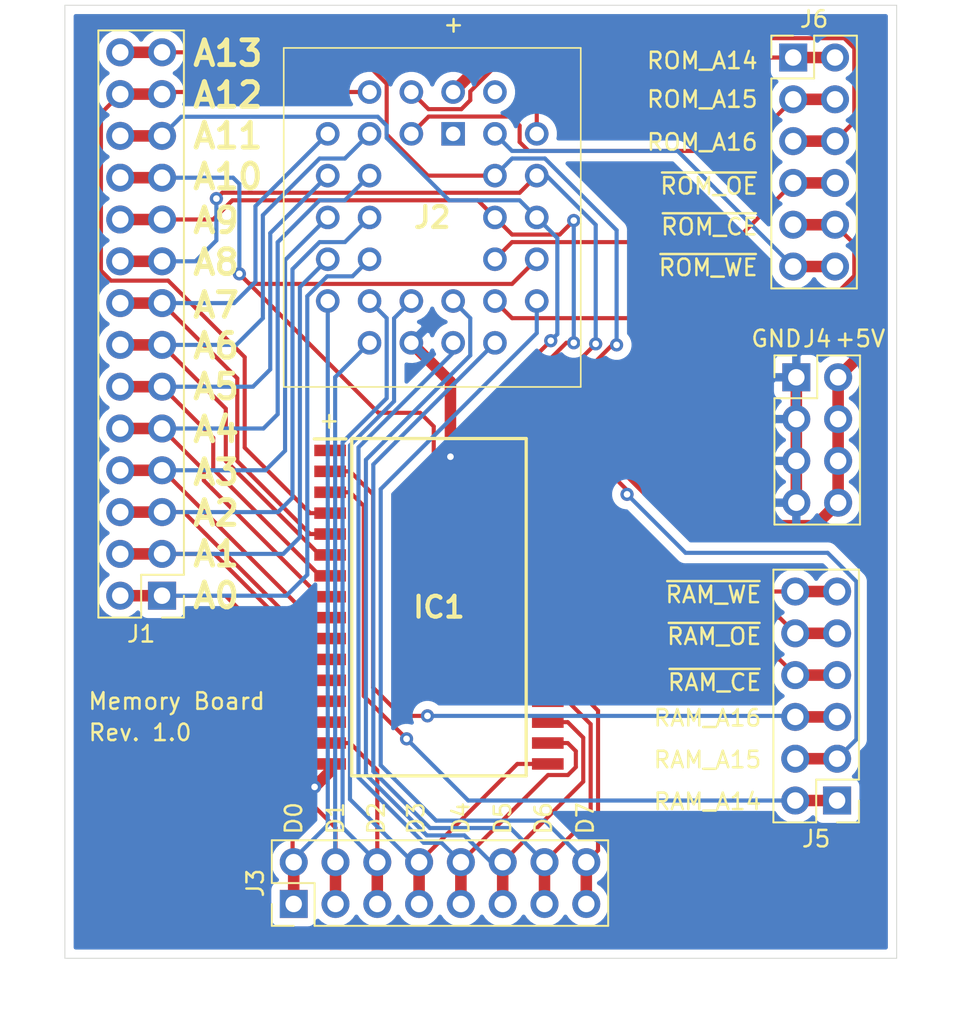
<source format=kicad_pcb>
(kicad_pcb (version 20171130) (host pcbnew "(5.1.6)-1")

  (general
    (thickness 1.6)
    (drawings 44)
    (tracks 366)
    (zones 0)
    (modules 7)
    (nets 37)
  )

  (page A4)
  (layers
    (0 F.Cu signal)
    (31 B.Cu signal)
    (32 B.Adhes user)
    (33 F.Adhes user)
    (34 B.Paste user)
    (35 F.Paste user)
    (36 B.SilkS user)
    (37 F.SilkS user)
    (38 B.Mask user)
    (39 F.Mask user)
    (40 Dwgs.User user)
    (41 Cmts.User user)
    (42 Eco1.User user)
    (43 Eco2.User user)
    (44 Edge.Cuts user)
    (45 Margin user)
    (46 B.CrtYd user)
    (47 F.CrtYd user)
    (48 B.Fab user)
    (49 F.Fab user)
  )

  (setup
    (last_trace_width 0.25)
    (user_trace_width 0.7)
    (trace_clearance 0.2)
    (zone_clearance 0.508)
    (zone_45_only no)
    (trace_min 0.2)
    (via_size 0.8)
    (via_drill 0.4)
    (via_min_size 0.4)
    (via_min_drill 0.3)
    (uvia_size 0.3)
    (uvia_drill 0.1)
    (uvias_allowed no)
    (uvia_min_size 0.2)
    (uvia_min_drill 0.1)
    (edge_width 0.05)
    (segment_width 0.2)
    (pcb_text_width 0.3)
    (pcb_text_size 1.5 1.5)
    (mod_edge_width 0.12)
    (mod_text_size 1 1)
    (mod_text_width 0.15)
    (pad_size 1.524 1.524)
    (pad_drill 0.762)
    (pad_to_mask_clearance 0.05)
    (aux_axis_origin 0 0)
    (visible_elements 7FFFFFFF)
    (pcbplotparams
      (layerselection 0x010fc_ffffffff)
      (usegerberextensions false)
      (usegerberattributes true)
      (usegerberadvancedattributes true)
      (creategerberjobfile true)
      (excludeedgelayer true)
      (linewidth 0.100000)
      (plotframeref false)
      (viasonmask false)
      (mode 1)
      (useauxorigin false)
      (hpglpennumber 1)
      (hpglpenspeed 20)
      (hpglpendiameter 15.000000)
      (psnegative false)
      (psa4output false)
      (plotreference true)
      (plotvalue true)
      (plotinvisibletext false)
      (padsonsilk false)
      (subtractmaskfromsilk false)
      (outputformat 1)
      (mirror false)
      (drillshape 1)
      (scaleselection 1)
      (outputdirectory ""))
  )

  (net 0 "")
  (net 1 +5V)
  (net 2 /RAM_A15)
  (net 3 /~RAM_WE)
  (net 4 /A13)
  (net 5 /A8)
  (net 6 /A9)
  (net 7 /A11)
  (net 8 /~RAM_OE)
  (net 9 /A10)
  (net 10 /~RAM_CE)
  (net 11 /D7)
  (net 12 /D6)
  (net 13 /D5)
  (net 14 /D4)
  (net 15 /D3)
  (net 16 GND)
  (net 17 /D2)
  (net 18 /D1)
  (net 19 /D0)
  (net 20 /A0)
  (net 21 /A1)
  (net 22 /A2)
  (net 23 /A3)
  (net 24 /A4)
  (net 25 /A5)
  (net 26 /A6)
  (net 27 /A7)
  (net 28 /A12)
  (net 29 /RAM_A14)
  (net 30 /RAM_A16)
  (net 31 /~ROM_WE)
  (net 32 /ROM_A14)
  (net 33 /~ROM_OE)
  (net 34 /~ROM_CE)
  (net 35 /ROM_A15)
  (net 36 /ROM_A16)

  (net_class Default "This is the default net class."
    (clearance 0.2)
    (trace_width 0.25)
    (via_dia 0.8)
    (via_drill 0.4)
    (uvia_dia 0.3)
    (uvia_drill 0.1)
    (add_net +5V)
    (add_net /A0)
    (add_net /A1)
    (add_net /A10)
    (add_net /A11)
    (add_net /A12)
    (add_net /A13)
    (add_net /A2)
    (add_net /A3)
    (add_net /A4)
    (add_net /A5)
    (add_net /A6)
    (add_net /A7)
    (add_net /A8)
    (add_net /A9)
    (add_net /D0)
    (add_net /D1)
    (add_net /D2)
    (add_net /D3)
    (add_net /D4)
    (add_net /D5)
    (add_net /D6)
    (add_net /D7)
    (add_net /RAM_A14)
    (add_net /RAM_A15)
    (add_net /RAM_A16)
    (add_net /ROM_A14)
    (add_net /ROM_A15)
    (add_net /ROM_A16)
    (add_net /~RAM_CE)
    (add_net /~RAM_OE)
    (add_net /~RAM_WE)
    (add_net /~ROM_CE)
    (add_net /~ROM_OE)
    (add_net /~ROM_WE)
    (add_net GND)
    (add_net "Net-(IC1-Pad1)")
    (add_net "Net-(J2-Pad1)")
    (add_net "Net-(J2-Pad30)")
  )

  (module SamacSys_Parts:843211B1RKTP (layer F.Cu) (tedit 0) (tstamp 5F60C4CE)
    (at 119.9885 71.82)
    (descr 8432-11B1-RK-TP-1)
    (tags Connector)
    (path /5F607CAE)
    (fp_text reference J2 (at -1.27 5.08) (layer F.SilkS)
      (effects (font (size 1.27 1.27) (thickness 0.254)))
    )
    (fp_text value 8432-11B1-RK-TP (at -1.27 5.08) (layer F.SilkS) hide
      (effects (font (size 1.27 1.27) (thickness 0.254)))
    )
    (fp_line (start -11.295 16.38) (end -11.295 -6.22) (layer F.CrtYd) (width 0.1))
    (fp_line (start 8.755 16.38) (end -11.295 16.38) (layer F.CrtYd) (width 0.1))
    (fp_line (start 8.755 -6.22) (end 8.755 16.38) (layer F.CrtYd) (width 0.1))
    (fp_line (start -11.295 -6.22) (end 8.755 -6.22) (layer F.CrtYd) (width 0.1))
    (fp_line (start -10.295 15.38) (end -10.295 -5.22) (layer F.SilkS) (width 0.1))
    (fp_line (start 7.755 15.38) (end -10.295 15.38) (layer F.SilkS) (width 0.1))
    (fp_line (start 7.755 -5.22) (end 7.755 15.38) (layer F.SilkS) (width 0.1))
    (fp_line (start -10.295 -5.22) (end 7.755 -5.22) (layer F.SilkS) (width 0.1))
    (fp_line (start -10.295 -5.22) (end -10.295 15.38) (layer F.Fab) (width 0.2))
    (fp_line (start 7.755 -5.22) (end -10.295 -5.22) (layer F.Fab) (width 0.2))
    (fp_line (start 7.755 15.38) (end 7.755 -5.22) (layer F.Fab) (width 0.2))
    (fp_line (start -10.295 15.38) (end 7.755 15.38) (layer F.Fab) (width 0.2))
    (fp_text user %R (at -1.27 5.08) (layer F.Fab)
      (effects (font (size 1.27 1.27) (thickness 0.254)))
    )
    (pad 32 thru_hole circle (at 0 -2.54) (size 1.43 1.43) (drill 0.88) (layers *.Cu *.Mask)
      (net 1 +5V))
    (pad 31 thru_hole circle (at 2.54 0) (size 1.43 1.43) (drill 0.88) (layers *.Cu *.Mask)
      (net 31 /~ROM_WE))
    (pad 30 thru_hole circle (at 2.54 -2.54) (size 1.43 1.43) (drill 0.88) (layers *.Cu *.Mask))
    (pad 29 thru_hole circle (at 5.08 0) (size 1.43 1.43) (drill 0.88) (layers *.Cu *.Mask)
      (net 32 /ROM_A14))
    (pad 28 thru_hole circle (at 2.54 2.54) (size 1.43 1.43) (drill 0.88) (layers *.Cu *.Mask)
      (net 4 /A13))
    (pad 27 thru_hole circle (at 5.08 2.54) (size 1.43 1.43) (drill 0.88) (layers *.Cu *.Mask)
      (net 5 /A8))
    (pad 26 thru_hole circle (at 2.54 5.08) (size 1.43 1.43) (drill 0.88) (layers *.Cu *.Mask)
      (net 6 /A9))
    (pad 25 thru_hole circle (at 5.08 5.08) (size 1.43 1.43) (drill 0.88) (layers *.Cu *.Mask)
      (net 7 /A11))
    (pad 24 thru_hole circle (at 2.54 7.62) (size 1.43 1.43) (drill 0.88) (layers *.Cu *.Mask)
      (net 33 /~ROM_OE))
    (pad 23 thru_hole circle (at 5.08 7.62) (size 1.43 1.43) (drill 0.88) (layers *.Cu *.Mask)
      (net 9 /A10))
    (pad 22 thru_hole circle (at 2.54 10.16) (size 1.43 1.43) (drill 0.88) (layers *.Cu *.Mask)
      (net 34 /~ROM_CE))
    (pad 21 thru_hole circle (at 5.08 10.16) (size 1.43 1.43) (drill 0.88) (layers *.Cu *.Mask)
      (net 11 /D7))
    (pad 20 thru_hole circle (at 2.54 12.7) (size 1.43 1.43) (drill 0.88) (layers *.Cu *.Mask)
      (net 12 /D6))
    (pad 19 thru_hole circle (at 0 10.16) (size 1.43 1.43) (drill 0.88) (layers *.Cu *.Mask)
      (net 13 /D5))
    (pad 18 thru_hole circle (at 0 12.7) (size 1.43 1.43) (drill 0.88) (layers *.Cu *.Mask)
      (net 14 /D4))
    (pad 17 thru_hole circle (at -2.54 10.16) (size 1.43 1.43) (drill 0.88) (layers *.Cu *.Mask)
      (net 15 /D3))
    (pad 16 thru_hole circle (at -2.54 12.7) (size 1.43 1.43) (drill 0.88) (layers *.Cu *.Mask)
      (net 16 GND))
    (pad 15 thru_hole circle (at -5.08 10.16) (size 1.43 1.43) (drill 0.88) (layers *.Cu *.Mask)
      (net 17 /D2))
    (pad 14 thru_hole circle (at -5.08 12.7) (size 1.43 1.43) (drill 0.88) (layers *.Cu *.Mask)
      (net 18 /D1))
    (pad 13 thru_hole circle (at -7.62 10.16) (size 1.43 1.43) (drill 0.88) (layers *.Cu *.Mask)
      (net 19 /D0))
    (pad 12 thru_hole circle (at -5.08 7.62) (size 1.43 1.43) (drill 0.88) (layers *.Cu *.Mask)
      (net 20 /A0))
    (pad 11 thru_hole circle (at -7.62 7.62) (size 1.43 1.43) (drill 0.88) (layers *.Cu *.Mask)
      (net 21 /A1))
    (pad 10 thru_hole circle (at -5.08 5.08) (size 1.43 1.43) (drill 0.88) (layers *.Cu *.Mask)
      (net 22 /A2))
    (pad 9 thru_hole circle (at -7.62 5.08) (size 1.43 1.43) (drill 0.88) (layers *.Cu *.Mask)
      (net 23 /A3))
    (pad 8 thru_hole circle (at -5.08 2.54) (size 1.43 1.43) (drill 0.88) (layers *.Cu *.Mask)
      (net 24 /A4))
    (pad 7 thru_hole circle (at -7.62 2.54) (size 1.43 1.43) (drill 0.88) (layers *.Cu *.Mask)
      (net 25 /A5))
    (pad 6 thru_hole circle (at -5.08 0) (size 1.43 1.43) (drill 0.88) (layers *.Cu *.Mask)
      (net 26 /A6))
    (pad 5 thru_hole circle (at -7.62 0) (size 1.43 1.43) (drill 0.88) (layers *.Cu *.Mask)
      (net 27 /A7))
    (pad 4 thru_hole circle (at -5.08 -2.54) (size 1.43 1.43) (drill 0.88) (layers *.Cu *.Mask)
      (net 28 /A12))
    (pad 3 thru_hole circle (at -2.54 0) (size 1.43 1.43) (drill 0.88) (layers *.Cu *.Mask)
      (net 35 /ROM_A15))
    (pad 2 thru_hole circle (at -2.54 -2.54) (size 1.43 1.43) (drill 0.88) (layers *.Cu *.Mask)
      (net 36 /ROM_A16))
    (pad 1 thru_hole rect (at 0 0) (size 1.43 1.43) (drill 0.88) (layers *.Cu *.Mask))
    (model "D:\\docs\\GitHub\\DIY\\zx\\pentagon 128 portable\\KiCad\\SamacSys_Parts.3dshapes\\8432-11B1-RK-TP.stp"
      (at (xyz 0 0 0))
      (scale (xyz 1 1 1))
      (rotate (xyz 0 0 0))
    )
  )

  (module Connector_PinHeader_2.54mm:PinHeader_2x06_P2.54mm_Vertical (layer F.Cu) (tedit 59FED5CC) (tstamp 5F60C556)
    (at 140.6525 67.183)
    (descr "Through hole straight pin header, 2x06, 2.54mm pitch, double rows")
    (tags "Through hole pin header THT 2x06 2.54mm double row")
    (path /5F894915)
    (fp_text reference J6 (at 1.27 -2.33) (layer F.SilkS)
      (effects (font (size 1 1) (thickness 0.15)))
    )
    (fp_text value Conn_02x06_Odd_Even (at 1.27 15.03) (layer F.Fab)
      (effects (font (size 1 1) (thickness 0.15)))
    )
    (fp_line (start 4.35 -1.8) (end -1.8 -1.8) (layer F.CrtYd) (width 0.05))
    (fp_line (start 4.35 14.5) (end 4.35 -1.8) (layer F.CrtYd) (width 0.05))
    (fp_line (start -1.8 14.5) (end 4.35 14.5) (layer F.CrtYd) (width 0.05))
    (fp_line (start -1.8 -1.8) (end -1.8 14.5) (layer F.CrtYd) (width 0.05))
    (fp_line (start -1.33 -1.33) (end 0 -1.33) (layer F.SilkS) (width 0.12))
    (fp_line (start -1.33 0) (end -1.33 -1.33) (layer F.SilkS) (width 0.12))
    (fp_line (start 1.27 -1.33) (end 3.87 -1.33) (layer F.SilkS) (width 0.12))
    (fp_line (start 1.27 1.27) (end 1.27 -1.33) (layer F.SilkS) (width 0.12))
    (fp_line (start -1.33 1.27) (end 1.27 1.27) (layer F.SilkS) (width 0.12))
    (fp_line (start 3.87 -1.33) (end 3.87 14.03) (layer F.SilkS) (width 0.12))
    (fp_line (start -1.33 1.27) (end -1.33 14.03) (layer F.SilkS) (width 0.12))
    (fp_line (start -1.33 14.03) (end 3.87 14.03) (layer F.SilkS) (width 0.12))
    (fp_line (start -1.27 0) (end 0 -1.27) (layer F.Fab) (width 0.1))
    (fp_line (start -1.27 13.97) (end -1.27 0) (layer F.Fab) (width 0.1))
    (fp_line (start 3.81 13.97) (end -1.27 13.97) (layer F.Fab) (width 0.1))
    (fp_line (start 3.81 -1.27) (end 3.81 13.97) (layer F.Fab) (width 0.1))
    (fp_line (start 0 -1.27) (end 3.81 -1.27) (layer F.Fab) (width 0.1))
    (fp_text user %R (at 1.27 6.35 90) (layer F.Fab)
      (effects (font (size 1 1) (thickness 0.15)))
    )
    (pad 12 thru_hole oval (at 2.54 12.7) (size 1.7 1.7) (drill 1) (layers *.Cu *.Mask)
      (net 31 /~ROM_WE))
    (pad 11 thru_hole oval (at 0 12.7) (size 1.7 1.7) (drill 1) (layers *.Cu *.Mask)
      (net 31 /~ROM_WE))
    (pad 10 thru_hole oval (at 2.54 10.16) (size 1.7 1.7) (drill 1) (layers *.Cu *.Mask)
      (net 34 /~ROM_CE))
    (pad 9 thru_hole oval (at 0 10.16) (size 1.7 1.7) (drill 1) (layers *.Cu *.Mask)
      (net 34 /~ROM_CE))
    (pad 8 thru_hole oval (at 2.54 7.62) (size 1.7 1.7) (drill 1) (layers *.Cu *.Mask)
      (net 33 /~ROM_OE))
    (pad 7 thru_hole oval (at 0 7.62) (size 1.7 1.7) (drill 1) (layers *.Cu *.Mask)
      (net 33 /~ROM_OE))
    (pad 6 thru_hole oval (at 2.54 5.08) (size 1.7 1.7) (drill 1) (layers *.Cu *.Mask)
      (net 36 /ROM_A16))
    (pad 5 thru_hole oval (at 0 5.08) (size 1.7 1.7) (drill 1) (layers *.Cu *.Mask)
      (net 36 /ROM_A16))
    (pad 4 thru_hole oval (at 2.54 2.54) (size 1.7 1.7) (drill 1) (layers *.Cu *.Mask)
      (net 35 /ROM_A15))
    (pad 3 thru_hole oval (at 0 2.54) (size 1.7 1.7) (drill 1) (layers *.Cu *.Mask)
      (net 35 /ROM_A15))
    (pad 2 thru_hole oval (at 2.54 0) (size 1.7 1.7) (drill 1) (layers *.Cu *.Mask)
      (net 32 /ROM_A14))
    (pad 1 thru_hole rect (at 0 0) (size 1.7 1.7) (drill 1) (layers *.Cu *.Mask)
      (net 32 /ROM_A14))
    (model ${KISYS3DMOD}/Connector_PinHeader_2.54mm.3dshapes/PinHeader_2x06_P2.54mm_Vertical.wrl
      (at (xyz 0 0 0))
      (scale (xyz 1 1 1))
      (rotate (xyz 0 0 0))
    )
  )

  (module Connector_PinHeader_2.54mm:PinHeader_2x06_P2.54mm_Vertical (layer F.Cu) (tedit 59FED5CC) (tstamp 5F60C534)
    (at 143.3195 112.3315 180)
    (descr "Through hole straight pin header, 2x06, 2.54mm pitch, double rows")
    (tags "Through hole pin header THT 2x06 2.54mm double row")
    (path /5F816C2A)
    (fp_text reference J5 (at 1.27 -2.33) (layer F.SilkS)
      (effects (font (size 1 1) (thickness 0.15)))
    )
    (fp_text value Conn_02x06_Odd_Even (at 1.27 15.03) (layer F.Fab)
      (effects (font (size 1 1) (thickness 0.15)))
    )
    (fp_line (start 4.35 -1.8) (end -1.8 -1.8) (layer F.CrtYd) (width 0.05))
    (fp_line (start 4.35 14.5) (end 4.35 -1.8) (layer F.CrtYd) (width 0.05))
    (fp_line (start -1.8 14.5) (end 4.35 14.5) (layer F.CrtYd) (width 0.05))
    (fp_line (start -1.8 -1.8) (end -1.8 14.5) (layer F.CrtYd) (width 0.05))
    (fp_line (start -1.33 -1.33) (end 0 -1.33) (layer F.SilkS) (width 0.12))
    (fp_line (start -1.33 0) (end -1.33 -1.33) (layer F.SilkS) (width 0.12))
    (fp_line (start 1.27 -1.33) (end 3.87 -1.33) (layer F.SilkS) (width 0.12))
    (fp_line (start 1.27 1.27) (end 1.27 -1.33) (layer F.SilkS) (width 0.12))
    (fp_line (start -1.33 1.27) (end 1.27 1.27) (layer F.SilkS) (width 0.12))
    (fp_line (start 3.87 -1.33) (end 3.87 14.03) (layer F.SilkS) (width 0.12))
    (fp_line (start -1.33 1.27) (end -1.33 14.03) (layer F.SilkS) (width 0.12))
    (fp_line (start -1.33 14.03) (end 3.87 14.03) (layer F.SilkS) (width 0.12))
    (fp_line (start -1.27 0) (end 0 -1.27) (layer F.Fab) (width 0.1))
    (fp_line (start -1.27 13.97) (end -1.27 0) (layer F.Fab) (width 0.1))
    (fp_line (start 3.81 13.97) (end -1.27 13.97) (layer F.Fab) (width 0.1))
    (fp_line (start 3.81 -1.27) (end 3.81 13.97) (layer F.Fab) (width 0.1))
    (fp_line (start 0 -1.27) (end 3.81 -1.27) (layer F.Fab) (width 0.1))
    (fp_text user %R (at 1.27 6.35 90) (layer F.Fab)
      (effects (font (size 1 1) (thickness 0.15)))
    )
    (pad 12 thru_hole oval (at 2.54 12.7 180) (size 1.7 1.7) (drill 1) (layers *.Cu *.Mask)
      (net 3 /~RAM_WE))
    (pad 11 thru_hole oval (at 0 12.7 180) (size 1.7 1.7) (drill 1) (layers *.Cu *.Mask)
      (net 3 /~RAM_WE))
    (pad 10 thru_hole oval (at 2.54 10.16 180) (size 1.7 1.7) (drill 1) (layers *.Cu *.Mask)
      (net 8 /~RAM_OE))
    (pad 9 thru_hole oval (at 0 10.16 180) (size 1.7 1.7) (drill 1) (layers *.Cu *.Mask)
      (net 8 /~RAM_OE))
    (pad 8 thru_hole oval (at 2.54 7.62 180) (size 1.7 1.7) (drill 1) (layers *.Cu *.Mask)
      (net 10 /~RAM_CE))
    (pad 7 thru_hole oval (at 0 7.62 180) (size 1.7 1.7) (drill 1) (layers *.Cu *.Mask)
      (net 10 /~RAM_CE))
    (pad 6 thru_hole oval (at 2.54 5.08 180) (size 1.7 1.7) (drill 1) (layers *.Cu *.Mask)
      (net 30 /RAM_A16))
    (pad 5 thru_hole oval (at 0 5.08 180) (size 1.7 1.7) (drill 1) (layers *.Cu *.Mask)
      (net 30 /RAM_A16))
    (pad 4 thru_hole oval (at 2.54 2.54 180) (size 1.7 1.7) (drill 1) (layers *.Cu *.Mask)
      (net 2 /RAM_A15))
    (pad 3 thru_hole oval (at 0 2.54 180) (size 1.7 1.7) (drill 1) (layers *.Cu *.Mask)
      (net 2 /RAM_A15))
    (pad 2 thru_hole oval (at 2.54 0 180) (size 1.7 1.7) (drill 1) (layers *.Cu *.Mask)
      (net 29 /RAM_A14))
    (pad 1 thru_hole rect (at 0 0 180) (size 1.7 1.7) (drill 1) (layers *.Cu *.Mask)
      (net 29 /RAM_A14))
    (model ${KISYS3DMOD}/Connector_PinHeader_2.54mm.3dshapes/PinHeader_2x06_P2.54mm_Vertical.wrl
      (at (xyz 0 0 0))
      (scale (xyz 1 1 1))
      (rotate (xyz 0 0 0))
    )
  )

  (module Connector_PinHeader_2.54mm:PinHeader_2x04_P2.54mm_Vertical (layer F.Cu) (tedit 59FED5CC) (tstamp 5F60C512)
    (at 140.843 86.614)
    (descr "Through hole straight pin header, 2x04, 2.54mm pitch, double rows")
    (tags "Through hole pin header THT 2x04 2.54mm double row")
    (path /5F8A2078)
    (fp_text reference J4 (at 1.27 -2.33) (layer F.SilkS)
      (effects (font (size 1 1) (thickness 0.15)))
    )
    (fp_text value Conn_02x04_Odd_Even (at 1.27 9.95) (layer F.Fab)
      (effects (font (size 1 1) (thickness 0.15)))
    )
    (fp_line (start 4.35 -1.8) (end -1.8 -1.8) (layer F.CrtYd) (width 0.05))
    (fp_line (start 4.35 9.4) (end 4.35 -1.8) (layer F.CrtYd) (width 0.05))
    (fp_line (start -1.8 9.4) (end 4.35 9.4) (layer F.CrtYd) (width 0.05))
    (fp_line (start -1.8 -1.8) (end -1.8 9.4) (layer F.CrtYd) (width 0.05))
    (fp_line (start -1.33 -1.33) (end 0 -1.33) (layer F.SilkS) (width 0.12))
    (fp_line (start -1.33 0) (end -1.33 -1.33) (layer F.SilkS) (width 0.12))
    (fp_line (start 1.27 -1.33) (end 3.87 -1.33) (layer F.SilkS) (width 0.12))
    (fp_line (start 1.27 1.27) (end 1.27 -1.33) (layer F.SilkS) (width 0.12))
    (fp_line (start -1.33 1.27) (end 1.27 1.27) (layer F.SilkS) (width 0.12))
    (fp_line (start 3.87 -1.33) (end 3.87 8.95) (layer F.SilkS) (width 0.12))
    (fp_line (start -1.33 1.27) (end -1.33 8.95) (layer F.SilkS) (width 0.12))
    (fp_line (start -1.33 8.95) (end 3.87 8.95) (layer F.SilkS) (width 0.12))
    (fp_line (start -1.27 0) (end 0 -1.27) (layer F.Fab) (width 0.1))
    (fp_line (start -1.27 8.89) (end -1.27 0) (layer F.Fab) (width 0.1))
    (fp_line (start 3.81 8.89) (end -1.27 8.89) (layer F.Fab) (width 0.1))
    (fp_line (start 3.81 -1.27) (end 3.81 8.89) (layer F.Fab) (width 0.1))
    (fp_line (start 0 -1.27) (end 3.81 -1.27) (layer F.Fab) (width 0.1))
    (fp_text user %R (at 1.27 3.81 90) (layer F.Fab)
      (effects (font (size 1 1) (thickness 0.15)))
    )
    (pad 8 thru_hole oval (at 2.54 7.62) (size 1.7 1.7) (drill 1) (layers *.Cu *.Mask)
      (net 1 +5V))
    (pad 7 thru_hole oval (at 0 7.62) (size 1.7 1.7) (drill 1) (layers *.Cu *.Mask)
      (net 16 GND))
    (pad 6 thru_hole oval (at 2.54 5.08) (size 1.7 1.7) (drill 1) (layers *.Cu *.Mask)
      (net 1 +5V))
    (pad 5 thru_hole oval (at 0 5.08) (size 1.7 1.7) (drill 1) (layers *.Cu *.Mask)
      (net 16 GND))
    (pad 4 thru_hole oval (at 2.54 2.54) (size 1.7 1.7) (drill 1) (layers *.Cu *.Mask)
      (net 1 +5V))
    (pad 3 thru_hole oval (at 0 2.54) (size 1.7 1.7) (drill 1) (layers *.Cu *.Mask)
      (net 16 GND))
    (pad 2 thru_hole oval (at 2.54 0) (size 1.7 1.7) (drill 1) (layers *.Cu *.Mask)
      (net 1 +5V))
    (pad 1 thru_hole rect (at 0 0) (size 1.7 1.7) (drill 1) (layers *.Cu *.Mask)
      (net 16 GND))
    (model ${KISYS3DMOD}/Connector_PinHeader_2.54mm.3dshapes/PinHeader_2x04_P2.54mm_Vertical.wrl
      (at (xyz 0 0 0))
      (scale (xyz 1 1 1))
      (rotate (xyz 0 0 0))
    )
  )

  (module Connector_PinHeader_2.54mm:PinHeader_2x08_P2.54mm_Vertical (layer F.Cu) (tedit 59FED5CC) (tstamp 5F60C4F4)
    (at 110.2995 118.618 90)
    (descr "Through hole straight pin header, 2x08, 2.54mm pitch, double rows")
    (tags "Through hole pin header THT 2x08 2.54mm double row")
    (path /5F742A9A)
    (fp_text reference J3 (at 1.27 -2.33 90) (layer F.SilkS)
      (effects (font (size 1 1) (thickness 0.15)))
    )
    (fp_text value Conn_02x08_Odd_Even (at 1.27 20.11 90) (layer F.Fab)
      (effects (font (size 1 1) (thickness 0.15)))
    )
    (fp_line (start 4.35 -1.8) (end -1.8 -1.8) (layer F.CrtYd) (width 0.05))
    (fp_line (start 4.35 19.55) (end 4.35 -1.8) (layer F.CrtYd) (width 0.05))
    (fp_line (start -1.8 19.55) (end 4.35 19.55) (layer F.CrtYd) (width 0.05))
    (fp_line (start -1.8 -1.8) (end -1.8 19.55) (layer F.CrtYd) (width 0.05))
    (fp_line (start -1.33 -1.33) (end 0 -1.33) (layer F.SilkS) (width 0.12))
    (fp_line (start -1.33 0) (end -1.33 -1.33) (layer F.SilkS) (width 0.12))
    (fp_line (start 1.27 -1.33) (end 3.87 -1.33) (layer F.SilkS) (width 0.12))
    (fp_line (start 1.27 1.27) (end 1.27 -1.33) (layer F.SilkS) (width 0.12))
    (fp_line (start -1.33 1.27) (end 1.27 1.27) (layer F.SilkS) (width 0.12))
    (fp_line (start 3.87 -1.33) (end 3.87 19.11) (layer F.SilkS) (width 0.12))
    (fp_line (start -1.33 1.27) (end -1.33 19.11) (layer F.SilkS) (width 0.12))
    (fp_line (start -1.33 19.11) (end 3.87 19.11) (layer F.SilkS) (width 0.12))
    (fp_line (start -1.27 0) (end 0 -1.27) (layer F.Fab) (width 0.1))
    (fp_line (start -1.27 19.05) (end -1.27 0) (layer F.Fab) (width 0.1))
    (fp_line (start 3.81 19.05) (end -1.27 19.05) (layer F.Fab) (width 0.1))
    (fp_line (start 3.81 -1.27) (end 3.81 19.05) (layer F.Fab) (width 0.1))
    (fp_line (start 0 -1.27) (end 3.81 -1.27) (layer F.Fab) (width 0.1))
    (fp_text user %R (at 1.27 8.89) (layer F.Fab)
      (effects (font (size 1 1) (thickness 0.15)))
    )
    (pad 16 thru_hole oval (at 2.54 17.78 90) (size 1.7 1.7) (drill 1) (layers *.Cu *.Mask)
      (net 11 /D7))
    (pad 15 thru_hole oval (at 0 17.78 90) (size 1.7 1.7) (drill 1) (layers *.Cu *.Mask)
      (net 11 /D7))
    (pad 14 thru_hole oval (at 2.54 15.24 90) (size 1.7 1.7) (drill 1) (layers *.Cu *.Mask)
      (net 12 /D6))
    (pad 13 thru_hole oval (at 0 15.24 90) (size 1.7 1.7) (drill 1) (layers *.Cu *.Mask)
      (net 12 /D6))
    (pad 12 thru_hole oval (at 2.54 12.7 90) (size 1.7 1.7) (drill 1) (layers *.Cu *.Mask)
      (net 13 /D5))
    (pad 11 thru_hole oval (at 0 12.7 90) (size 1.7 1.7) (drill 1) (layers *.Cu *.Mask)
      (net 13 /D5))
    (pad 10 thru_hole oval (at 2.54 10.16 90) (size 1.7 1.7) (drill 1) (layers *.Cu *.Mask)
      (net 14 /D4))
    (pad 9 thru_hole oval (at 0 10.16 90) (size 1.7 1.7) (drill 1) (layers *.Cu *.Mask)
      (net 14 /D4))
    (pad 8 thru_hole oval (at 2.54 7.62 90) (size 1.7 1.7) (drill 1) (layers *.Cu *.Mask)
      (net 15 /D3))
    (pad 7 thru_hole oval (at 0 7.62 90) (size 1.7 1.7) (drill 1) (layers *.Cu *.Mask)
      (net 15 /D3))
    (pad 6 thru_hole oval (at 2.54 5.08 90) (size 1.7 1.7) (drill 1) (layers *.Cu *.Mask)
      (net 17 /D2))
    (pad 5 thru_hole oval (at 0 5.08 90) (size 1.7 1.7) (drill 1) (layers *.Cu *.Mask)
      (net 17 /D2))
    (pad 4 thru_hole oval (at 2.54 2.54 90) (size 1.7 1.7) (drill 1) (layers *.Cu *.Mask)
      (net 18 /D1))
    (pad 3 thru_hole oval (at 0 2.54 90) (size 1.7 1.7) (drill 1) (layers *.Cu *.Mask)
      (net 18 /D1))
    (pad 2 thru_hole oval (at 2.54 0 90) (size 1.7 1.7) (drill 1) (layers *.Cu *.Mask)
      (net 19 /D0))
    (pad 1 thru_hole rect (at 0 0 90) (size 1.7 1.7) (drill 1) (layers *.Cu *.Mask)
      (net 19 /D0))
    (model ${KISYS3DMOD}/Connector_PinHeader_2.54mm.3dshapes/PinHeader_2x08_P2.54mm_Vertical.wrl
      (at (xyz 0 0 0))
      (scale (xyz 1 1 1))
      (rotate (xyz 0 0 0))
    )
  )

  (module Connector_PinHeader_2.54mm:PinHeader_2x14_P2.54mm_Vertical (layer F.Cu) (tedit 59FED5CC) (tstamp 5F60C49D)
    (at 102.2985 99.8855 180)
    (descr "Through hole straight pin header, 2x14, 2.54mm pitch, double rows")
    (tags "Through hole pin header THT 2x14 2.54mm double row")
    (path /5F734626)
    (fp_text reference J1 (at 1.27 -2.33) (layer F.SilkS)
      (effects (font (size 1 1) (thickness 0.15)))
    )
    (fp_text value Conn_02x14_Odd_Even (at 1.27 35.35) (layer F.Fab)
      (effects (font (size 1 1) (thickness 0.15)))
    )
    (fp_line (start 4.35 -1.8) (end -1.8 -1.8) (layer F.CrtYd) (width 0.05))
    (fp_line (start 4.35 34.8) (end 4.35 -1.8) (layer F.CrtYd) (width 0.05))
    (fp_line (start -1.8 34.8) (end 4.35 34.8) (layer F.CrtYd) (width 0.05))
    (fp_line (start -1.8 -1.8) (end -1.8 34.8) (layer F.CrtYd) (width 0.05))
    (fp_line (start -1.33 -1.33) (end 0 -1.33) (layer F.SilkS) (width 0.12))
    (fp_line (start -1.33 0) (end -1.33 -1.33) (layer F.SilkS) (width 0.12))
    (fp_line (start 1.27 -1.33) (end 3.87 -1.33) (layer F.SilkS) (width 0.12))
    (fp_line (start 1.27 1.27) (end 1.27 -1.33) (layer F.SilkS) (width 0.12))
    (fp_line (start -1.33 1.27) (end 1.27 1.27) (layer F.SilkS) (width 0.12))
    (fp_line (start 3.87 -1.33) (end 3.87 34.35) (layer F.SilkS) (width 0.12))
    (fp_line (start -1.33 1.27) (end -1.33 34.35) (layer F.SilkS) (width 0.12))
    (fp_line (start -1.33 34.35) (end 3.87 34.35) (layer F.SilkS) (width 0.12))
    (fp_line (start -1.27 0) (end 0 -1.27) (layer F.Fab) (width 0.1))
    (fp_line (start -1.27 34.29) (end -1.27 0) (layer F.Fab) (width 0.1))
    (fp_line (start 3.81 34.29) (end -1.27 34.29) (layer F.Fab) (width 0.1))
    (fp_line (start 3.81 -1.27) (end 3.81 34.29) (layer F.Fab) (width 0.1))
    (fp_line (start 0 -1.27) (end 3.81 -1.27) (layer F.Fab) (width 0.1))
    (fp_text user %R (at 1.27 16.51 90) (layer F.Fab)
      (effects (font (size 1 1) (thickness 0.15)))
    )
    (pad 28 thru_hole oval (at 2.54 33.02 180) (size 1.7 1.7) (drill 1) (layers *.Cu *.Mask)
      (net 4 /A13))
    (pad 27 thru_hole oval (at 0 33.02 180) (size 1.7 1.7) (drill 1) (layers *.Cu *.Mask)
      (net 4 /A13))
    (pad 26 thru_hole oval (at 2.54 30.48 180) (size 1.7 1.7) (drill 1) (layers *.Cu *.Mask)
      (net 28 /A12))
    (pad 25 thru_hole oval (at 0 30.48 180) (size 1.7 1.7) (drill 1) (layers *.Cu *.Mask)
      (net 28 /A12))
    (pad 24 thru_hole oval (at 2.54 27.94 180) (size 1.7 1.7) (drill 1) (layers *.Cu *.Mask)
      (net 7 /A11))
    (pad 23 thru_hole oval (at 0 27.94 180) (size 1.7 1.7) (drill 1) (layers *.Cu *.Mask)
      (net 7 /A11))
    (pad 22 thru_hole oval (at 2.54 25.4 180) (size 1.7 1.7) (drill 1) (layers *.Cu *.Mask)
      (net 9 /A10))
    (pad 21 thru_hole oval (at 0 25.4 180) (size 1.7 1.7) (drill 1) (layers *.Cu *.Mask)
      (net 9 /A10))
    (pad 20 thru_hole oval (at 2.54 22.86 180) (size 1.7 1.7) (drill 1) (layers *.Cu *.Mask)
      (net 6 /A9))
    (pad 19 thru_hole oval (at 0 22.86 180) (size 1.7 1.7) (drill 1) (layers *.Cu *.Mask)
      (net 6 /A9))
    (pad 18 thru_hole oval (at 2.54 20.32 180) (size 1.7 1.7) (drill 1) (layers *.Cu *.Mask)
      (net 5 /A8))
    (pad 17 thru_hole oval (at 0 20.32 180) (size 1.7 1.7) (drill 1) (layers *.Cu *.Mask)
      (net 5 /A8))
    (pad 16 thru_hole oval (at 2.54 17.78 180) (size 1.7 1.7) (drill 1) (layers *.Cu *.Mask)
      (net 27 /A7))
    (pad 15 thru_hole oval (at 0 17.78 180) (size 1.7 1.7) (drill 1) (layers *.Cu *.Mask)
      (net 27 /A7))
    (pad 14 thru_hole oval (at 2.54 15.24 180) (size 1.7 1.7) (drill 1) (layers *.Cu *.Mask)
      (net 26 /A6))
    (pad 13 thru_hole oval (at 0 15.24 180) (size 1.7 1.7) (drill 1) (layers *.Cu *.Mask)
      (net 26 /A6))
    (pad 12 thru_hole oval (at 2.54 12.7 180) (size 1.7 1.7) (drill 1) (layers *.Cu *.Mask)
      (net 25 /A5))
    (pad 11 thru_hole oval (at 0 12.7 180) (size 1.7 1.7) (drill 1) (layers *.Cu *.Mask)
      (net 25 /A5))
    (pad 10 thru_hole oval (at 2.54 10.16 180) (size 1.7 1.7) (drill 1) (layers *.Cu *.Mask)
      (net 24 /A4))
    (pad 9 thru_hole oval (at 0 10.16 180) (size 1.7 1.7) (drill 1) (layers *.Cu *.Mask)
      (net 24 /A4))
    (pad 8 thru_hole oval (at 2.54 7.62 180) (size 1.7 1.7) (drill 1) (layers *.Cu *.Mask)
      (net 23 /A3))
    (pad 7 thru_hole oval (at 0 7.62 180) (size 1.7 1.7) (drill 1) (layers *.Cu *.Mask)
      (net 23 /A3))
    (pad 6 thru_hole oval (at 2.54 5.08 180) (size 1.7 1.7) (drill 1) (layers *.Cu *.Mask)
      (net 22 /A2))
    (pad 5 thru_hole oval (at 0 5.08 180) (size 1.7 1.7) (drill 1) (layers *.Cu *.Mask)
      (net 22 /A2))
    (pad 4 thru_hole oval (at 2.54 2.54 180) (size 1.7 1.7) (drill 1) (layers *.Cu *.Mask)
      (net 21 /A1))
    (pad 3 thru_hole oval (at 0 2.54 180) (size 1.7 1.7) (drill 1) (layers *.Cu *.Mask)
      (net 21 /A1))
    (pad 2 thru_hole oval (at 2.54 0 180) (size 1.7 1.7) (drill 1) (layers *.Cu *.Mask)
      (net 20 /A0))
    (pad 1 thru_hole rect (at 0 0 180) (size 1.7 1.7) (drill 1) (layers *.Cu *.Mask)
      (net 20 /A0))
    (model ${KISYS3DMOD}/Connector_PinHeader_2.54mm.3dshapes/PinHeader_2x14_P2.54mm_Vertical.wrl
      (at (xyz 0 0 0))
      (scale (xyz 1 1 1))
      (rotate (xyz 0 0 0))
    )
  )

  (module SamacSys_Parts:SOIC127P1412X305-32N (layer F.Cu) (tedit 0) (tstamp 5F60C44A)
    (at 119.126 100.584)
    (descr "32L 450MIL SOP REV.F")
    (tags "Integrated Circuit")
    (path /5F606497)
    (attr smd)
    (fp_text reference IC1 (at 0 0) (layer F.SilkS)
      (effects (font (size 1.27 1.27) (thickness 0.254)))
    )
    (fp_text value IS62C1024AL-35QLI (at 0 0) (layer F.SilkS) hide
      (effects (font (size 1.27 1.27) (thickness 0.254)))
    )
    (fp_line (start -7.575 -10.225) (end -5.652 -10.225) (layer F.SilkS) (width 0.2))
    (fp_line (start -5.302 10.248) (end -5.302 -10.248) (layer F.SilkS) (width 0.2))
    (fp_line (start 5.302 10.248) (end -5.302 10.248) (layer F.SilkS) (width 0.2))
    (fp_line (start 5.302 -10.248) (end 5.302 10.248) (layer F.SilkS) (width 0.2))
    (fp_line (start -5.302 -10.248) (end 5.302 -10.248) (layer F.SilkS) (width 0.2))
    (fp_line (start -5.652 -8.978) (end -4.382 -10.248) (layer F.Fab) (width 0.1))
    (fp_line (start -5.652 10.248) (end -5.652 -10.248) (layer F.Fab) (width 0.1))
    (fp_line (start 5.652 10.248) (end -5.652 10.248) (layer F.Fab) (width 0.1))
    (fp_line (start 5.652 -10.248) (end 5.652 10.248) (layer F.Fab) (width 0.1))
    (fp_line (start -5.652 -10.248) (end 5.652 -10.248) (layer F.Fab) (width 0.1))
    (fp_line (start -7.825 10.625) (end -7.825 -10.625) (layer F.CrtYd) (width 0.05))
    (fp_line (start 7.825 10.625) (end -7.825 10.625) (layer F.CrtYd) (width 0.05))
    (fp_line (start 7.825 -10.625) (end 7.825 10.625) (layer F.CrtYd) (width 0.05))
    (fp_line (start -7.825 -10.625) (end 7.825 -10.625) (layer F.CrtYd) (width 0.05))
    (fp_text user %R (at 0 0) (layer F.Fab)
      (effects (font (size 1.27 1.27) (thickness 0.254)))
    )
    (pad 32 smd rect (at 6.614 -9.525 90) (size 0.7 1.922) (layers F.Cu F.Paste F.Mask)
      (net 1 +5V))
    (pad 31 smd rect (at 6.614 -8.255 90) (size 0.7 1.922) (layers F.Cu F.Paste F.Mask)
      (net 2 /RAM_A15))
    (pad 30 smd rect (at 6.614 -6.985 90) (size 0.7 1.922) (layers F.Cu F.Paste F.Mask)
      (net 1 +5V))
    (pad 29 smd rect (at 6.614 -5.715 90) (size 0.7 1.922) (layers F.Cu F.Paste F.Mask)
      (net 3 /~RAM_WE))
    (pad 28 smd rect (at 6.614 -4.445 90) (size 0.7 1.922) (layers F.Cu F.Paste F.Mask)
      (net 4 /A13))
    (pad 27 smd rect (at 6.614 -3.175 90) (size 0.7 1.922) (layers F.Cu F.Paste F.Mask)
      (net 5 /A8))
    (pad 26 smd rect (at 6.614 -1.905 90) (size 0.7 1.922) (layers F.Cu F.Paste F.Mask)
      (net 6 /A9))
    (pad 25 smd rect (at 6.614 -0.635 90) (size 0.7 1.922) (layers F.Cu F.Paste F.Mask)
      (net 7 /A11))
    (pad 24 smd rect (at 6.614 0.635 90) (size 0.7 1.922) (layers F.Cu F.Paste F.Mask)
      (net 8 /~RAM_OE))
    (pad 23 smd rect (at 6.614 1.905 90) (size 0.7 1.922) (layers F.Cu F.Paste F.Mask)
      (net 9 /A10))
    (pad 22 smd rect (at 6.614 3.175 90) (size 0.7 1.922) (layers F.Cu F.Paste F.Mask)
      (net 10 /~RAM_CE))
    (pad 21 smd rect (at 6.614 4.445 90) (size 0.7 1.922) (layers F.Cu F.Paste F.Mask)
      (net 11 /D7))
    (pad 20 smd rect (at 6.614 5.715 90) (size 0.7 1.922) (layers F.Cu F.Paste F.Mask)
      (net 12 /D6))
    (pad 19 smd rect (at 6.614 6.985 90) (size 0.7 1.922) (layers F.Cu F.Paste F.Mask)
      (net 13 /D5))
    (pad 18 smd rect (at 6.614 8.255 90) (size 0.7 1.922) (layers F.Cu F.Paste F.Mask)
      (net 14 /D4))
    (pad 17 smd rect (at 6.614 9.525 90) (size 0.7 1.922) (layers F.Cu F.Paste F.Mask)
      (net 15 /D3))
    (pad 16 smd rect (at -6.614 9.525 90) (size 0.7 1.922) (layers F.Cu F.Paste F.Mask)
      (net 16 GND))
    (pad 15 smd rect (at -6.614 8.255 90) (size 0.7 1.922) (layers F.Cu F.Paste F.Mask)
      (net 17 /D2))
    (pad 14 smd rect (at -6.614 6.985 90) (size 0.7 1.922) (layers F.Cu F.Paste F.Mask)
      (net 18 /D1))
    (pad 13 smd rect (at -6.614 5.715 90) (size 0.7 1.922) (layers F.Cu F.Paste F.Mask)
      (net 19 /D0))
    (pad 12 smd rect (at -6.614 4.445 90) (size 0.7 1.922) (layers F.Cu F.Paste F.Mask)
      (net 20 /A0))
    (pad 11 smd rect (at -6.614 3.175 90) (size 0.7 1.922) (layers F.Cu F.Paste F.Mask)
      (net 21 /A1))
    (pad 10 smd rect (at -6.614 1.905 90) (size 0.7 1.922) (layers F.Cu F.Paste F.Mask)
      (net 22 /A2))
    (pad 9 smd rect (at -6.614 0.635 90) (size 0.7 1.922) (layers F.Cu F.Paste F.Mask)
      (net 23 /A3))
    (pad 8 smd rect (at -6.614 -0.635 90) (size 0.7 1.922) (layers F.Cu F.Paste F.Mask)
      (net 24 /A4))
    (pad 7 smd rect (at -6.614 -1.905 90) (size 0.7 1.922) (layers F.Cu F.Paste F.Mask)
      (net 25 /A5))
    (pad 6 smd rect (at -6.614 -3.175 90) (size 0.7 1.922) (layers F.Cu F.Paste F.Mask)
      (net 26 /A6))
    (pad 5 smd rect (at -6.614 -4.445 90) (size 0.7 1.922) (layers F.Cu F.Paste F.Mask)
      (net 27 /A7))
    (pad 4 smd rect (at -6.614 -5.715 90) (size 0.7 1.922) (layers F.Cu F.Paste F.Mask)
      (net 28 /A12))
    (pad 3 smd rect (at -6.614 -6.985 90) (size 0.7 1.922) (layers F.Cu F.Paste F.Mask)
      (net 29 /RAM_A14))
    (pad 2 smd rect (at -6.614 -8.255 90) (size 0.7 1.922) (layers F.Cu F.Paste F.Mask)
      (net 30 /RAM_A16))
    (pad 1 smd rect (at -6.614 -9.525 90) (size 0.7 1.922) (layers F.Cu F.Paste F.Mask))
    (model "D:\\docs\\GitHub\\DIY\\zx\\pentagon 128 portable\\KiCad\\SamacSys_Parts.3dshapes\\IS62C1024AL-35QLI.stp"
      (at (xyz 0 0 0))
      (scale (xyz 1 1 1))
      (rotate (xyz 0 0 0))
    )
  )

  (gr_line (start 96.393 121.92) (end 96.393 64.008) (layer Edge.Cuts) (width 0.05) (tstamp 5F608752))
  (gr_line (start 146.939 121.92) (end 96.393 121.92) (layer Edge.Cuts) (width 0.05))
  (gr_line (start 146.939 64.008) (end 146.939 121.92) (layer Edge.Cuts) (width 0.05))
  (gr_line (start 96.393 64.008) (end 146.939 64.008) (layer Edge.Cuts) (width 0.05))
  (gr_text "Rev. 1.0" (at 100.965 108.204) (layer F.SilkS)
    (effects (font (size 1 1) (thickness 0.15)))
  )
  (gr_text "Memory Board" (at 103.1875 106.299) (layer F.SilkS)
    (effects (font (size 1 1) (thickness 0.15)))
  )
  (gr_text ROM_A14 (at 135.128 67.3735) (layer F.SilkS) (tstamp 5F60D291)
    (effects (font (size 1 1) (thickness 0.15)))
  )
  (gr_text ROM_A15 (at 135.128 69.723) (layer F.SilkS) (tstamp 5F60D28E)
    (effects (font (size 1 1) (thickness 0.15)))
  )
  (gr_text ROM_A16 (at 135.128 72.3265) (layer F.SilkS) (tstamp 5F60D28A)
    (effects (font (size 1 1) (thickness 0.15)))
  )
  (gr_text ~ROM_OE (at 135.532762 74.9935) (layer F.SilkS) (tstamp 5F60D287)
    (effects (font (size 1 1) (thickness 0.15)))
  )
  (gr_text ~ROM_CE (at 135.556571 77.47) (layer F.SilkS) (tstamp 5F60D284)
    (effects (font (size 1 1) (thickness 0.15)))
  )
  (gr_text ~ROM_WE (at 135.485143 79.9465) (layer F.SilkS)
    (effects (font (size 1 1) (thickness 0.15)))
  )
  (gr_text +5V (at 144.7165 84.2645) (layer F.SilkS)
    (effects (font (size 1 1) (thickness 0.15)))
  )
  (gr_text GND (at 139.6365 84.2645) (layer F.SilkS)
    (effects (font (size 1 1) (thickness 0.15)))
  )
  (gr_text + (at 120.015 65.151) (layer F.SilkS)
    (effects (font (size 1 1) (thickness 0.15)))
  )
  (gr_text + (at 112.4585 89.2175) (layer F.SilkS)
    (effects (font (size 1 1) (thickness 0.15)))
  )
  (gr_text ~RAM_WE (at 135.802643 99.822) (layer F.SilkS) (tstamp 5F60D278)
    (effects (font (size 1 1) (thickness 0.15)))
  )
  (gr_text ~RAM_CE (at 135.874071 105.156) (layer F.SilkS) (tstamp 5F60D275)
    (effects (font (size 1 1) (thickness 0.15)))
  )
  (gr_text ~RAM_OE (at 135.850262 102.362) (layer F.SilkS) (tstamp 5F60D272)
    (effects (font (size 1 1) (thickness 0.15)))
  )
  (gr_text RAM_A16 (at 135.4455 107.315) (layer F.SilkS) (tstamp 5F60D26F)
    (effects (font (size 1 1) (thickness 0.15)))
  )
  (gr_text RAM_A15 (at 135.4455 109.855) (layer F.SilkS) (tstamp 5F60D26C)
    (effects (font (size 1 1) (thickness 0.15)))
  )
  (gr_text RAM_A14 (at 135.4455 112.395) (layer F.SilkS)
    (effects (font (size 1 1) (thickness 0.15)))
  )
  (gr_text D7 (at 128.016 113.411 90) (layer F.SilkS) (tstamp 5F60D267)
    (effects (font (size 1 1) (thickness 0.15)))
  )
  (gr_text D6 (at 125.476 113.411 90) (layer F.SilkS) (tstamp 5F60D264)
    (effects (font (size 1 1) (thickness 0.15)))
  )
  (gr_text D5 (at 122.9995 113.411 90) (layer F.SilkS) (tstamp 5F60D261)
    (effects (font (size 1 1) (thickness 0.15)))
  )
  (gr_text D4 (at 120.4595 113.411 90) (layer F.SilkS) (tstamp 5F60D25E)
    (effects (font (size 1 1) (thickness 0.15)))
  )
  (gr_text D3 (at 117.729 113.411 90) (layer F.SilkS) (tstamp 5F60D25B)
    (effects (font (size 1 1) (thickness 0.15)))
  )
  (gr_text D2 (at 115.316 113.411 90) (layer F.SilkS) (tstamp 5F60D258)
    (effects (font (size 1 1) (thickness 0.15)))
  )
  (gr_text D1 (at 112.8395 113.411 90) (layer F.SilkS) (tstamp 5F60D255)
    (effects (font (size 1 1) (thickness 0.15)))
  )
  (gr_text D0 (at 110.2995 113.411 90) (layer F.SilkS)
    (effects (font (size 1 1) (thickness 0.15)))
  )
  (gr_text A0 (at 105.584715 99.8855) (layer F.SilkS) (tstamp 5F60D250)
    (effects (font (size 1.5 1.5) (thickness 0.3)))
  )
  (gr_text A1 (at 105.584715 97.3455) (layer F.SilkS) (tstamp 5F60D24D)
    (effects (font (size 1.5 1.5) (thickness 0.3)))
  )
  (gr_text A2 (at 105.584715 94.869) (layer F.SilkS) (tstamp 5F60D24A)
    (effects (font (size 1.5 1.5) (thickness 0.3)))
  )
  (gr_text A3 (at 105.584715 92.3925) (layer F.SilkS) (tstamp 5F60D247)
    (effects (font (size 1.5 1.5) (thickness 0.3)))
  )
  (gr_text A4 (at 105.584715 89.789) (layer F.SilkS) (tstamp 5F60D23C)
    (effects (font (size 1.5 1.5) (thickness 0.3)))
  )
  (gr_text A5 (at 105.584715 87.1855) (layer F.SilkS) (tstamp 5F60D239)
    (effects (font (size 1.5 1.5) (thickness 0.3)))
  )
  (gr_text A6 (at 105.584715 84.709) (layer F.SilkS) (tstamp 5F60D236)
    (effects (font (size 1.5 1.5) (thickness 0.3)))
  )
  (gr_text A7 (at 105.584715 82.2325) (layer F.SilkS) (tstamp 5F60D233)
    (effects (font (size 1.5 1.5) (thickness 0.3)))
  )
  (gr_text A8 (at 105.584715 79.629) (layer F.SilkS) (tstamp 5F60D230)
    (effects (font (size 1.5 1.5) (thickness 0.3)))
  )
  (gr_text A9 (at 105.584715 77.089) (layer F.SilkS) (tstamp 5F60D22C)
    (effects (font (size 1.5 1.5) (thickness 0.3)))
  )
  (gr_text A10 (at 106.299 74.422) (layer F.SilkS) (tstamp 5F60D229)
    (effects (font (size 1.5 1.5) (thickness 0.3)))
  )
  (gr_text A11 (at 106.299 71.9455) (layer F.SilkS) (tstamp 5F60D226)
    (effects (font (size 1.5 1.5) (thickness 0.3)))
  )
  (gr_text A12 (at 106.299 69.469) (layer F.SilkS) (tstamp 5F60D223)
    (effects (font (size 1.5 1.5) (thickness 0.3)))
  )
  (gr_text A13 (at 106.299 66.929) (layer F.SilkS)
    (effects (font (size 1.5 1.5) (thickness 0.3)))
  )

  (segment (start 143.383 86.614) (end 143.383 89.154) (width 0.7) (layer F.Cu) (net 1))
  (segment (start 143.383 89.154) (end 143.383 91.694) (width 0.7) (layer F.Cu) (net 1))
  (segment (start 143.383 91.694) (end 143.383 94.234) (width 0.7) (layer F.Cu) (net 1))
  (segment (start 123.935511 65.332989) (end 119.9885 69.28) (width 0.7) (layer F.Cu) (net 1))
  (segment (start 144.036099 65.332989) (end 123.935511 65.332989) (width 0.7) (layer F.Cu) (net 1))
  (segment (start 145.04251 66.3394) (end 144.036099 65.332989) (width 0.7) (layer F.Cu) (net 1))
  (segment (start 145.04251 84.95449) (end 145.04251 66.3394) (width 0.7) (layer F.Cu) (net 1))
  (segment (start 143.383 86.614) (end 145.04251 84.95449) (width 0.7) (layer F.Cu) (net 1))
  (segment (start 143.383 94.234) (end 141.982999 95.634001) (width 0.7) (layer F.Cu) (net 1))
  (segment (start 125.867 93.726) (end 125.74 93.599) (width 0.25) (layer F.Cu) (net 1))
  (segment (start 126.365 91.059) (end 125.74 91.059) (width 0.25) (layer F.Cu) (net 1))
  (segment (start 129.295002 91.059) (end 125.74 91.059) (width 0.7) (layer F.Cu) (net 1))
  (segment (start 133.870003 95.634001) (end 129.295002 91.059) (width 0.7) (layer F.Cu) (net 1))
  (segment (start 141.982999 95.634001) (end 133.870003 95.634001) (width 0.7) (layer F.Cu) (net 1))
  (segment (start 125.74 91.059) (end 124.587 91.059) (width 0.25) (layer F.Cu) (net 1))
  (segment (start 124.453999 91.192001) (end 124.453999 93.211999) (width 0.25) (layer F.Cu) (net 1))
  (segment (start 124.587 91.059) (end 124.453999 91.192001) (width 0.25) (layer F.Cu) (net 1))
  (segment (start 124.841 93.599) (end 125.74 93.599) (width 0.25) (layer F.Cu) (net 1))
  (segment (start 124.453999 93.211999) (end 124.841 93.599) (width 0.25) (layer F.Cu) (net 1))
  (via (at 130.556 93.726) (size 0.8) (drill 0.4) (layers F.Cu B.Cu) (net 2))
  (segment (start 140.7795 109.7915) (end 143.3195 109.7915) (width 0.7) (layer F.Cu) (net 2))
  (segment (start 125.74 92.329) (end 128.651 92.329) (width 0.25) (layer F.Cu) (net 2))
  (segment (start 128.651 92.329) (end 129.413 92.329) (width 0.25) (layer F.Cu) (net 2))
  (segment (start 129.413 92.329) (end 130.556 93.472) (width 0.25) (layer F.Cu) (net 2))
  (segment (start 130.556 93.726) (end 134.112 97.282) (width 0.25) (layer B.Cu) (net 2))
  (segment (start 134.112 97.282) (end 142.748 97.282) (width 0.25) (layer B.Cu) (net 2))
  (segment (start 144.494501 108.616499) (end 143.3195 109.7915) (width 0.25) (layer B.Cu) (net 2))
  (segment (start 144.494501 99.028501) (end 144.494501 108.616499) (width 0.25) (layer B.Cu) (net 2))
  (segment (start 142.748 97.282) (end 144.494501 99.028501) (width 0.25) (layer B.Cu) (net 2))
  (segment (start 126.951 94.869) (end 127.5715 95.4895) (width 0.25) (layer F.Cu) (net 3))
  (segment (start 125.74 94.869) (end 126.951 94.869) (width 0.25) (layer F.Cu) (net 3))
  (segment (start 127.5715 95.4895) (end 127.5715 98.6155) (width 0.25) (layer F.Cu) (net 3))
  (segment (start 128.5875 99.6315) (end 140.7795 99.6315) (width 0.25) (layer F.Cu) (net 3))
  (segment (start 127.5715 98.6155) (end 128.5875 99.6315) (width 0.25) (layer F.Cu) (net 3))
  (segment (start 140.7795 99.6315) (end 143.3195 99.6315) (width 0.7) (layer F.Cu) (net 3))
  (segment (start 115.948501 68.780799) (end 114.033202 66.8655) (width 0.25) (layer F.Cu) (net 4))
  (segment (start 114.033202 66.8655) (end 102.2985 66.8655) (width 0.25) (layer F.Cu) (net 4))
  (segment (start 115.948501 71.859203) (end 115.948501 68.780799) (width 0.25) (layer F.Cu) (net 4))
  (segment (start 118.449298 74.36) (end 115.948501 71.859203) (width 0.25) (layer F.Cu) (net 4))
  (segment (start 122.5285 74.36) (end 118.449298 74.36) (width 0.25) (layer F.Cu) (net 4))
  (segment (start 124.529 96.139) (end 122.2375 93.8475) (width 0.25) (layer F.Cu) (net 4))
  (segment (start 125.74 96.139) (end 124.529 96.139) (width 0.25) (layer F.Cu) (net 4))
  (segment (start 122.2375 92.068502) (end 129.660502 84.6455) (width 0.25) (layer F.Cu) (net 4))
  (segment (start 122.2375 93.8475) (end 122.2375 92.068502) (width 0.25) (layer F.Cu) (net 4))
  (segment (start 129.660502 84.6455) (end 129.921 84.6455) (width 0.25) (layer F.Cu) (net 4))
  (segment (start 129.921 84.6455) (end 129.921 84.6455) (width 0.25) (layer F.Cu) (net 4) (tstamp 5F60D04C))
  (via (at 129.921 84.6455) (size 0.8) (drill 0.4) (layers F.Cu B.Cu) (net 4))
  (segment (start 123.568501 73.319999) (end 122.5285 74.36) (width 0.25) (layer B.Cu) (net 4))
  (segment (start 125.567701 73.319999) (end 123.568501 73.319999) (width 0.25) (layer B.Cu) (net 4))
  (segment (start 129.921 77.673298) (end 125.567701 73.319999) (width 0.25) (layer B.Cu) (net 4))
  (segment (start 129.921 84.6455) (end 129.921 77.673298) (width 0.25) (layer B.Cu) (net 4))
  (segment (start 99.7585 66.8655) (end 102.2985 66.8655) (width 0.7) (layer F.Cu) (net 4))
  (segment (start 124.028499 75.400001) (end 105.955999 75.400001) (width 0.25) (layer F.Cu) (net 5))
  (segment (start 125.0685 74.36) (end 124.028499 75.400001) (width 0.25) (layer F.Cu) (net 5))
  (segment (start 105.955999 75.400001) (end 105.6005 75.7555) (width 0.25) (layer F.Cu) (net 5))
  (segment (start 105.6005 75.7555) (end 105.6005 75.7555) (width 0.25) (layer F.Cu) (net 5) (tstamp 5F60D038))
  (via (at 105.6005 75.7555) (size 0.8) (drill 0.4) (layers F.Cu B.Cu) (net 5))
  (segment (start 105.6005 75.7555) (end 105.6005 78.2955) (width 0.25) (layer B.Cu) (net 5))
  (segment (start 104.3305 79.5655) (end 102.2985 79.5655) (width 0.25) (layer B.Cu) (net 5))
  (segment (start 105.6005 78.2955) (end 104.3305 79.5655) (width 0.25) (layer B.Cu) (net 5))
  (segment (start 124.5235 97.409) (end 121.67702 94.56252) (width 0.25) (layer F.Cu) (net 5))
  (segment (start 125.74 97.409) (end 124.5235 97.409) (width 0.25) (layer F.Cu) (net 5))
  (segment (start 121.67702 91.231982) (end 126.930002 85.979) (width 0.25) (layer F.Cu) (net 5))
  (segment (start 121.67702 94.56252) (end 121.67702 91.231982) (width 0.25) (layer F.Cu) (net 5))
  (segment (start 126.930002 85.979) (end 127.254 85.979) (width 0.25) (layer F.Cu) (net 5))
  (segment (start 127.254 85.979) (end 128.651 84.582) (width 0.25) (layer F.Cu) (net 5))
  (segment (start 128.651 84.582) (end 128.651 84.582) (width 0.25) (layer F.Cu) (net 5) (tstamp 5F60D04A))
  (via (at 128.651 84.582) (size 0.8) (drill 0.4) (layers F.Cu B.Cu) (net 5))
  (segment (start 125.661502 74.36) (end 125.0685 74.36) (width 0.25) (layer B.Cu) (net 5))
  (segment (start 128.651 77.349498) (end 125.661502 74.36) (width 0.25) (layer B.Cu) (net 5))
  (segment (start 128.651 84.582) (end 128.651 77.349498) (width 0.25) (layer B.Cu) (net 5))
  (segment (start 99.7585 79.5655) (end 102.2985 79.5655) (width 0.7) (layer F.Cu) (net 5))
  (segment (start 105.403502 77.0255) (end 102.2985 77.0255) (width 0.25) (layer F.Cu) (net 6))
  (segment (start 121.488499 75.859999) (end 106.569003 75.859999) (width 0.25) (layer F.Cu) (net 6))
  (segment (start 106.569003 75.859999) (end 105.403502 77.0255) (width 0.25) (layer F.Cu) (net 6))
  (segment (start 122.5285 76.9) (end 121.488499 75.859999) (width 0.25) (layer F.Cu) (net 6))
  (segment (start 124.529 98.679) (end 121.22701 95.37701) (width 0.25) (layer F.Cu) (net 6))
  (segment (start 125.74 98.679) (end 124.529 98.679) (width 0.25) (layer F.Cu) (net 6))
  (segment (start 121.22701 90.157992) (end 126.866502 84.5185) (width 0.25) (layer F.Cu) (net 6))
  (segment (start 121.22701 95.37701) (end 121.22701 90.157992) (width 0.25) (layer F.Cu) (net 6))
  (segment (start 126.866502 84.5185) (end 127.3175 84.5185) (width 0.25) (layer F.Cu) (net 6))
  (segment (start 127.3175 84.5185) (end 127.3175 84.5185) (width 0.25) (layer F.Cu) (net 6) (tstamp 5F60D043))
  (via (at 127.3175 84.5185) (size 0.8) (drill 0.4) (layers F.Cu B.Cu) (net 6))
  (segment (start 127.3175 84.5185) (end 127.3175 77.089) (width 0.25) (layer B.Cu) (net 6))
  (segment (start 127.3175 77.089) (end 127.3175 77.089) (width 0.25) (layer B.Cu) (net 6) (tstamp 5F60D048))
  (via (at 127.3175 77.089) (size 0.8) (drill 0.4) (layers F.Cu B.Cu) (net 6))
  (segment (start 123.568501 77.940001) (end 122.5285 76.9) (width 0.25) (layer F.Cu) (net 6))
  (segment (start 126.466499 77.940001) (end 123.568501 77.940001) (width 0.25) (layer F.Cu) (net 6))
  (segment (start 127.3175 77.089) (end 126.466499 77.940001) (width 0.25) (layer F.Cu) (net 6))
  (segment (start 99.7585 77.0255) (end 102.2985 77.0255) (width 0.7) (layer F.Cu) (net 6))
  (segment (start 103.464001 70.779999) (end 102.2985 71.9455) (width 0.25) (layer B.Cu) (net 7))
  (segment (start 115.948501 71.320799) (end 115.407701 70.779999) (width 0.25) (layer B.Cu) (net 7))
  (segment (start 115.948501 72.070001) (end 115.948501 71.320799) (width 0.25) (layer B.Cu) (net 7))
  (segment (start 119.738499 75.859999) (end 115.948501 72.070001) (width 0.25) (layer B.Cu) (net 7))
  (segment (start 115.407701 70.779999) (end 103.464001 70.779999) (width 0.25) (layer B.Cu) (net 7))
  (segment (start 124.028499 75.859999) (end 119.738499 75.859999) (width 0.25) (layer B.Cu) (net 7))
  (segment (start 125.0685 76.9) (end 124.028499 75.859999) (width 0.25) (layer B.Cu) (net 7))
  (segment (start 124.529 99.949) (end 120.777 96.197) (width 0.25) (layer F.Cu) (net 7))
  (segment (start 125.74 99.949) (end 124.529 99.949) (width 0.25) (layer F.Cu) (net 7))
  (segment (start 120.777 96.197) (end 120.777 89.535) (width 0.25) (layer F.Cu) (net 7))
  (segment (start 120.777 89.535) (end 125.9205 84.3915) (width 0.25) (layer F.Cu) (net 7))
  (segment (start 125.9205 84.3915) (end 125.9205 84.3915) (width 0.25) (layer F.Cu) (net 7) (tstamp 5F60D03A))
  (via (at 125.9205 84.3915) (size 0.8) (drill 0.4) (layers F.Cu B.Cu) (net 7))
  (segment (start 126.320499 83.991501) (end 126.320499 78.151999) (width 0.25) (layer B.Cu) (net 7))
  (segment (start 126.320499 78.151999) (end 125.0685 76.9) (width 0.25) (layer B.Cu) (net 7))
  (segment (start 125.9205 84.3915) (end 126.320499 83.991501) (width 0.25) (layer B.Cu) (net 7))
  (segment (start 99.7585 71.9455) (end 102.2985 71.9455) (width 0.7) (layer F.Cu) (net 7))
  (segment (start 128.0795 101.219) (end 128.20509 101.219) (width 0.25) (layer F.Cu) (net 8))
  (segment (start 125.74 101.219) (end 128.0795 101.219) (width 0.25) (layer F.Cu) (net 8))
  (segment (start 140.7795 104.7115) (end 143.3195 104.7115) (width 0.7) (layer F.Cu) (net 10))
  (segment (start 123.568501 80.939999) (end 107.609999 80.939999) (width 0.25) (layer F.Cu) (net 9))
  (segment (start 125.0685 79.44) (end 123.568501 80.939999) (width 0.25) (layer F.Cu) (net 9))
  (segment (start 107.609999 80.939999) (end 107.315 80.645) (width 0.25) (layer F.Cu) (net 9))
  (segment (start 107.315 80.645) (end 106.9975 80.3275) (width 0.25) (layer F.Cu) (net 9))
  (segment (start 106.9975 80.3275) (end 106.9975 80.3275) (width 0.25) (layer F.Cu) (net 9) (tstamp 5F60D036))
  (via (at 106.9975 80.3275) (size 0.8) (drill 0.4) (layers F.Cu B.Cu) (net 9))
  (segment (start 106.9975 80.3275) (end 106.9975 74.8665) (width 0.25) (layer B.Cu) (net 9))
  (segment (start 106.6165 74.4855) (end 102.2985 74.4855) (width 0.25) (layer B.Cu) (net 9))
  (segment (start 106.9975 74.8665) (end 106.6165 74.4855) (width 0.25) (layer B.Cu) (net 9))
  (segment (start 124.529 102.489) (end 118.8085 96.7685) (width 0.25) (layer F.Cu) (net 9))
  (segment (start 125.74 102.489) (end 124.529 102.489) (width 0.25) (layer F.Cu) (net 9))
  (segment (start 118.8085 89.5985) (end 117.983 88.773) (width 0.25) (layer F.Cu) (net 9))
  (segment (start 118.8085 96.7685) (end 118.8085 89.5985) (width 0.25) (layer F.Cu) (net 9))
  (segment (start 115.443 88.773) (end 106.9975 80.3275) (width 0.25) (layer F.Cu) (net 9))
  (segment (start 117.983 88.773) (end 115.443 88.773) (width 0.25) (layer F.Cu) (net 9))
  (segment (start 99.7585 74.4855) (end 102.2985 74.4855) (width 0.7) (layer F.Cu) (net 9))
  (segment (start 131.445 103.759) (end 131.445 103.759) (width 0.25) (layer F.Cu) (net 10) (tstamp 5F60D1F1))
  (segment (start 140.7795 102.1715) (end 143.3195 102.1715) (width 0.7) (layer F.Cu) (net 8))
  (segment (start 139.827 101.219) (end 140.7795 102.1715) (width 0.25) (layer F.Cu) (net 8))
  (segment (start 128.0795 101.219) (end 139.827 101.219) (width 0.25) (layer F.Cu) (net 8))
  (segment (start 139.827 103.759) (end 140.7795 104.7115) (width 0.25) (layer F.Cu) (net 10))
  (segment (start 125.74 103.759) (end 139.827 103.759) (width 0.25) (layer F.Cu) (net 10))
  (segment (start 125.0685 81.98) (end 125.0685 83.92653) (width 0.25) (layer B.Cu) (net 11))
  (segment (start 125.0685 83.92653) (end 115.58653 93.4085) (width 0.25) (layer B.Cu) (net 11))
  (segment (start 128.794527 115.362973) (end 128.0795 116.078) (width 0.25) (layer F.Cu) (net 11))
  (segment (start 125.74 105.029) (end 126.951 105.029) (width 0.25) (layer F.Cu) (net 11))
  (segment (start 128.794527 106.872527) (end 128.794527 115.362973) (width 0.25) (layer F.Cu) (net 11))
  (segment (start 126.951 105.029) (end 128.794527 106.872527) (width 0.25) (layer F.Cu) (net 11))
  (segment (start 115.58653 93.4085) (end 115.58653 110.18903) (width 0.25) (layer B.Cu) (net 11))
  (segment (start 125.554469 113.552969) (end 128.0795 116.078) (width 0.25) (layer B.Cu) (net 11))
  (segment (start 118.950469 113.552969) (end 125.554469 113.552969) (width 0.25) (layer B.Cu) (net 11))
  (segment (start 115.58653 110.18903) (end 118.950469 113.552969) (width 0.25) (layer B.Cu) (net 11))
  (segment (start 128.0795 116.078) (end 128.0795 118.618) (width 0.7) (layer F.Cu) (net 11))
  (segment (start 128.344518 113.272982) (end 125.5395 116.078) (width 0.25) (layer F.Cu) (net 12))
  (segment (start 128.344518 107.692518) (end 128.344518 113.272982) (width 0.25) (layer F.Cu) (net 12))
  (segment (start 125.74 106.299) (end 126.951 106.299) (width 0.25) (layer F.Cu) (net 12))
  (segment (start 126.951 106.299) (end 128.344518 107.692518) (width 0.25) (layer F.Cu) (net 12))
  (segment (start 118.577799 114.002979) (end 123.464479 114.002979) (width 0.25) (layer B.Cu) (net 12))
  (segment (start 115.13652 110.5617) (end 118.577799 114.002979) (width 0.25) (layer B.Cu) (net 12))
  (segment (start 115.13652 91.91198) (end 115.13652 110.5617) (width 0.25) (layer B.Cu) (net 12))
  (segment (start 123.464479 114.002979) (end 125.5395 116.078) (width 0.25) (layer B.Cu) (net 12))
  (segment (start 122.5285 84.52) (end 115.13652 91.91198) (width 0.25) (layer B.Cu) (net 12))
  (segment (start 125.5395 116.078) (end 125.5395 118.618) (width 0.7) (layer F.Cu) (net 12))
  (segment (start 127.89451 108.51251) (end 127.894509 111.182991) (width 0.25) (layer F.Cu) (net 13))
  (segment (start 125.74 107.569) (end 126.951 107.569) (width 0.25) (layer F.Cu) (net 13))
  (segment (start 127.894509 111.182991) (end 122.9995 116.078) (width 0.25) (layer F.Cu) (net 13))
  (segment (start 126.951 107.569) (end 127.89451 108.51251) (width 0.25) (layer F.Cu) (net 13))
  (segment (start 120.675989 114.452989) (end 122.301 116.078) (width 0.25) (layer B.Cu) (net 13))
  (segment (start 118.391399 114.452989) (end 120.675989 114.452989) (width 0.25) (layer B.Cu) (net 13))
  (segment (start 121.028501 83.020001) (end 121.028501 85.282999) (width 0.25) (layer B.Cu) (net 13))
  (segment (start 119.9885 81.98) (end 121.028501 83.020001) (width 0.25) (layer B.Cu) (net 13))
  (segment (start 121.028501 85.282999) (end 114.68651 91.62499) (width 0.25) (layer B.Cu) (net 13))
  (segment (start 122.301 116.078) (end 122.9995 116.078) (width 0.25) (layer B.Cu) (net 13))
  (segment (start 114.68651 110.7481) (end 118.391399 114.452989) (width 0.25) (layer B.Cu) (net 13))
  (segment (start 114.68651 91.62499) (end 114.68651 110.7481) (width 0.25) (layer B.Cu) (net 13))
  (segment (start 122.9995 116.078) (end 122.9995 118.618) (width 0.7) (layer F.Cu) (net 13))
  (segment (start 126.951 108.839) (end 127.4445 109.3325) (width 0.25) (layer F.Cu) (net 14))
  (segment (start 125.74 108.839) (end 126.951 108.839) (width 0.25) (layer F.Cu) (net 14))
  (segment (start 127.4445 109.3325) (end 127.4445 110.300502) (width 0.25) (layer F.Cu) (net 14))
  (segment (start 125.753499 110.784001) (end 120.4595 116.078) (width 0.25) (layer F.Cu) (net 14))
  (segment (start 126.961001 110.784001) (end 125.753499 110.784001) (width 0.25) (layer F.Cu) (net 14))
  (segment (start 127.4445 110.300502) (end 126.961001 110.784001) (width 0.25) (layer F.Cu) (net 14))
  (segment (start 119.284499 114.902999) (end 120.4595 116.078) (width 0.25) (layer B.Cu) (net 14))
  (segment (start 119.9885 84.52) (end 119.9885 85.11932) (width 0.25) (layer B.Cu) (net 14))
  (segment (start 119.9885 85.11932) (end 114.2365 90.87132) (width 0.25) (layer B.Cu) (net 14))
  (segment (start 114.2365 90.87132) (end 114.2365 110.9345) (width 0.25) (layer B.Cu) (net 14))
  (segment (start 114.2365 110.9345) (end 118.204999 114.902999) (width 0.25) (layer B.Cu) (net 14))
  (segment (start 118.204999 114.902999) (end 119.284499 114.902999) (width 0.25) (layer B.Cu) (net 14))
  (segment (start 120.4595 116.078) (end 120.4595 118.618) (width 0.7) (layer F.Cu) (net 14))
  (segment (start 123.8885 110.109) (end 117.9195 116.078) (width 0.25) (layer F.Cu) (net 15))
  (segment (start 125.74 110.109) (end 123.8885 110.109) (width 0.25) (layer F.Cu) (net 15))
  (segment (start 117.5385 116.078) (end 117.9195 116.078) (width 0.25) (layer B.Cu) (net 15))
  (segment (start 116.39851 83.02999) (end 116.39851 88.0729) (width 0.25) (layer B.Cu) (net 15))
  (segment (start 117.4485 81.98) (end 116.39851 83.02999) (width 0.25) (layer B.Cu) (net 15))
  (segment (start 113.718528 90.752882) (end 113.718527 112.258027) (width 0.25) (layer B.Cu) (net 15))
  (segment (start 116.39851 88.0729) (end 113.718528 90.752882) (width 0.25) (layer B.Cu) (net 15))
  (segment (start 113.718527 112.258027) (end 117.5385 116.078) (width 0.25) (layer B.Cu) (net 15))
  (segment (start 117.9195 116.078) (end 117.9195 118.618) (width 0.7) (layer F.Cu) (net 15))
  (segment (start 140.843 86.614) (end 140.843 89.154) (width 0.7) (layer F.Cu) (net 16))
  (segment (start 140.843 89.154) (end 140.843 91.694) (width 0.7) (layer F.Cu) (net 16))
  (segment (start 140.843 91.694) (end 140.843 94.234) (width 0.7) (layer F.Cu) (net 16))
  (via (at 119.8245 91.44) (size 0.8) (drill 0.4) (layers F.Cu B.Cu) (net 16))
  (segment (start 119.8245 86.896) (end 119.8245 91.44) (width 0.7) (layer F.Cu) (net 16))
  (segment (start 117.4485 84.52) (end 119.8245 86.896) (width 0.7) (layer F.Cu) (net 16))
  (via (at 111.5695 111.506) (size 0.8) (drill 0.4) (layers F.Cu B.Cu) (net 16))
  (segment (start 112.512 110.5635) (end 111.5695 111.506) (width 0.7) (layer F.Cu) (net 16))
  (segment (start 112.512 110.109) (end 112.512 110.5635) (width 0.7) (layer F.Cu) (net 16))
  (segment (start 140.739 89.05) (end 140.843 89.154) (width 0.7) (layer F.Cu) (net 16))
  (segment (start 115.3795 110.4955) (end 115.3795 116.078) (width 0.25) (layer F.Cu) (net 17))
  (segment (start 113.723 108.839) (end 115.3795 110.4955) (width 0.25) (layer F.Cu) (net 17))
  (segment (start 112.512 108.839) (end 113.723 108.839) (width 0.25) (layer F.Cu) (net 17))
  (segment (start 113.268519 90.566481) (end 113.268518 113.967018) (width 0.25) (layer B.Cu) (net 17))
  (segment (start 115.948501 87.886499) (end 113.268519 90.566481) (width 0.25) (layer B.Cu) (net 17))
  (segment (start 114.9085 81.98) (end 115.948501 83.020001) (width 0.25) (layer B.Cu) (net 17))
  (segment (start 113.268518 113.967018) (end 115.3795 116.078) (width 0.25) (layer B.Cu) (net 17))
  (segment (start 115.948501 83.020001) (end 115.948501 87.886499) (width 0.25) (layer B.Cu) (net 17))
  (segment (start 115.3795 116.078) (end 115.3795 118.618) (width 0.7) (layer F.Cu) (net 17))
  (segment (start 111.301 107.569) (end 110.6805 108.1895) (width 0.25) (layer F.Cu) (net 18))
  (segment (start 112.512 107.569) (end 111.301 107.569) (width 0.25) (layer F.Cu) (net 18))
  (segment (start 110.6805 108.1895) (end 110.6805 111.8235) (width 0.25) (layer F.Cu) (net 18))
  (segment (start 112.8395 113.9825) (end 112.8395 116.078) (width 0.25) (layer F.Cu) (net 18))
  (segment (start 110.6805 111.8235) (end 112.8395 113.9825) (width 0.25) (layer F.Cu) (net 18))
  (segment (start 112.818509 116.057009) (end 112.8395 116.078) (width 0.25) (layer B.Cu) (net 18))
  (segment (start 114.9085 84.52) (end 112.81851 86.60999) (width 0.25) (layer B.Cu) (net 18))
  (segment (start 112.81851 86.60999) (end 112.818509 116.057009) (width 0.25) (layer B.Cu) (net 18))
  (segment (start 112.8395 116.078) (end 112.8395 118.618) (width 0.7) (layer F.Cu) (net 18))
  (segment (start 110.23049 116.00899) (end 110.2995 116.078) (width 0.25) (layer F.Cu) (net 19))
  (segment (start 110.23049 108.0031) (end 110.23049 116.00899) (width 0.25) (layer F.Cu) (net 19))
  (segment (start 111.93459 106.299) (end 110.23049 108.0031) (width 0.25) (layer F.Cu) (net 19))
  (segment (start 112.512 106.299) (end 111.93459 106.299) (width 0.25) (layer F.Cu) (net 19))
  (segment (start 110.2995 116.078) (end 110.2995 118.618) (width 0.7) (layer F.Cu) (net 19))
  (segment (start 110.2995 115.8875) (end 110.2995 116.078) (width 0.25) (layer B.Cu) (net 19))
  (segment (start 112.3685 81.98) (end 112.3685 113.8185) (width 0.25) (layer B.Cu) (net 19))
  (segment (start 112.3685 113.8185) (end 110.2995 115.8875) (width 0.25) (layer B.Cu) (net 19))
  (segment (start 111.301 105.029) (end 106.1575 99.8855) (width 0.25) (layer F.Cu) (net 20))
  (segment (start 106.1575 99.8855) (end 102.2985 99.8855) (width 0.25) (layer F.Cu) (net 20))
  (segment (start 112.512 105.029) (end 111.301 105.029) (width 0.25) (layer F.Cu) (net 20))
  (segment (start 112.329297 80.480001) (end 111.125 81.684298) (width 0.25) (layer B.Cu) (net 20))
  (segment (start 114.9085 79.44) (end 113.868499 80.480001) (width 0.25) (layer B.Cu) (net 20))
  (segment (start 113.868499 80.480001) (end 112.329297 80.480001) (width 0.25) (layer B.Cu) (net 20))
  (segment (start 111.125 81.684298) (end 111.125 98.6155) (width 0.25) (layer B.Cu) (net 20))
  (segment (start 109.855 99.8855) (end 102.2985 99.8855) (width 0.25) (layer B.Cu) (net 20))
  (segment (start 111.125 98.6155) (end 109.855 99.8855) (width 0.25) (layer B.Cu) (net 20))
  (segment (start 102.2985 99.8855) (end 99.7585 99.8855) (width 0.7) (layer F.Cu) (net 20))
  (segment (start 105.472498 97.3455) (end 102.2985 97.3455) (width 0.25) (layer F.Cu) (net 21))
  (segment (start 111.885998 103.759) (end 105.472498 97.3455) (width 0.25) (layer F.Cu) (net 21))
  (segment (start 112.512 103.759) (end 111.885998 103.759) (width 0.25) (layer F.Cu) (net 21))
  (segment (start 112.3685 79.44) (end 110.67499 81.13351) (width 0.25) (layer B.Cu) (net 21))
  (segment (start 110.67499 81.13351) (end 110.67499 96.33501) (width 0.25) (layer B.Cu) (net 21))
  (segment (start 109.6645 97.3455) (end 102.2985 97.3455) (width 0.25) (layer B.Cu) (net 21))
  (segment (start 110.67499 96.33501) (end 109.6645 97.3455) (width 0.25) (layer B.Cu) (net 21))
  (segment (start 99.7585 97.3455) (end 102.2985 97.3455) (width 0.7) (layer F.Cu) (net 21))
  (segment (start 103.6175 94.8055) (end 102.2985 94.8055) (width 0.25) (layer F.Cu) (net 22))
  (segment (start 111.301 102.489) (end 103.6175 94.8055) (width 0.25) (layer F.Cu) (net 22))
  (segment (start 112.512 102.489) (end 111.301 102.489) (width 0.25) (layer F.Cu) (net 22))
  (segment (start 111.869299 78.399999) (end 110.22498 80.044318) (width 0.25) (layer B.Cu) (net 22))
  (segment (start 114.9085 76.9) (end 113.408501 78.399999) (width 0.25) (layer B.Cu) (net 22))
  (segment (start 113.408501 78.399999) (end 111.869299 78.399999) (width 0.25) (layer B.Cu) (net 22))
  (segment (start 110.22498 80.044318) (end 110.22498 93.92752) (width 0.25) (layer B.Cu) (net 22))
  (segment (start 109.347 94.8055) (end 102.2985 94.8055) (width 0.25) (layer B.Cu) (net 22))
  (segment (start 110.22498 93.92752) (end 109.347 94.8055) (width 0.25) (layer B.Cu) (net 22))
  (segment (start 99.7585 94.8055) (end 102.2985 94.8055) (width 0.7) (layer F.Cu) (net 22))
  (segment (start 111.301 101.219) (end 102.3475 92.2655) (width 0.25) (layer F.Cu) (net 23))
  (segment (start 102.3475 92.2655) (end 102.2985 92.2655) (width 0.25) (layer F.Cu) (net 23))
  (segment (start 112.512 101.219) (end 111.301 101.219) (width 0.25) (layer F.Cu) (net 23))
  (segment (start 109.77497 91.07553) (end 108.585 92.2655) (width 0.25) (layer B.Cu) (net 23))
  (segment (start 108.585 92.2655) (end 102.2985 92.2655) (width 0.25) (layer B.Cu) (net 23))
  (segment (start 112.3685 76.9) (end 109.77497 79.49353) (width 0.25) (layer B.Cu) (net 23))
  (segment (start 109.77497 79.49353) (end 109.77497 91.07553) (width 0.25) (layer B.Cu) (net 23))
  (segment (start 99.7585 92.2655) (end 102.2985 92.2655) (width 0.7) (layer F.Cu) (net 23))
  (segment (start 111.901 99.949) (end 104.8385 92.8865) (width 0.25) (layer F.Cu) (net 24))
  (segment (start 112.512 99.949) (end 111.901 99.949) (width 0.25) (layer F.Cu) (net 24))
  (segment (start 104.8385 92.2655) (end 102.2985 89.7255) (width 0.25) (layer F.Cu) (net 24))
  (segment (start 104.8385 92.8865) (end 104.8385 92.2655) (width 0.25) (layer F.Cu) (net 24))
  (segment (start 108.458 89.7255) (end 102.2985 89.7255) (width 0.25) (layer B.Cu) (net 24))
  (segment (start 109.32496 78.404338) (end 109.32496 88.85854) (width 0.25) (layer B.Cu) (net 24))
  (segment (start 114.9085 74.36) (end 113.408501 75.859999) (width 0.25) (layer B.Cu) (net 24))
  (segment (start 111.869299 75.859999) (end 109.32496 78.404338) (width 0.25) (layer B.Cu) (net 24))
  (segment (start 113.408501 75.859999) (end 111.869299 75.859999) (width 0.25) (layer B.Cu) (net 24))
  (segment (start 109.32496 88.85854) (end 108.458 89.7255) (width 0.25) (layer B.Cu) (net 24))
  (segment (start 99.7585 89.7255) (end 102.2985 89.7255) (width 0.7) (layer F.Cu) (net 24))
  (segment (start 111.901 98.679) (end 105.41 92.188) (width 0.25) (layer F.Cu) (net 25))
  (segment (start 112.512 98.679) (end 111.901 98.679) (width 0.25) (layer F.Cu) (net 25))
  (segment (start 105.41 90.297) (end 102.2985 87.1855) (width 0.25) (layer F.Cu) (net 25))
  (segment (start 105.41 92.188) (end 105.41 90.297) (width 0.25) (layer F.Cu) (net 25))
  (segment (start 112.3685 74.36) (end 108.87495 77.85355) (width 0.25) (layer B.Cu) (net 25))
  (segment (start 108.87495 77.85355) (end 108.87495 86.13355) (width 0.25) (layer B.Cu) (net 25))
  (segment (start 107.823 87.1855) (end 102.2985 87.1855) (width 0.25) (layer B.Cu) (net 25))
  (segment (start 108.87495 86.13355) (end 107.823 87.1855) (width 0.25) (layer B.Cu) (net 25))
  (segment (start 99.7585 87.1855) (end 102.2985 87.1855) (width 0.7) (layer F.Cu) (net 25))
  (segment (start 111.885998 97.409) (end 106.172 91.695002) (width 0.25) (layer F.Cu) (net 26))
  (segment (start 112.512 97.409) (end 111.885998 97.409) (width 0.25) (layer F.Cu) (net 26))
  (segment (start 106.172 88.519) (end 102.2985 84.6455) (width 0.25) (layer F.Cu) (net 26))
  (segment (start 106.172 91.695002) (end 106.172 88.519) (width 0.25) (layer F.Cu) (net 26))
  (segment (start 111.869299 73.319999) (end 108.42494 76.764358) (width 0.25) (layer B.Cu) (net 26))
  (segment (start 114.9085 71.82) (end 113.408501 73.319999) (width 0.25) (layer B.Cu) (net 26))
  (segment (start 113.408501 73.319999) (end 111.869299 73.319999) (width 0.25) (layer B.Cu) (net 26))
  (segment (start 108.42494 76.764358) (end 108.42494 83.02756) (width 0.25) (layer B.Cu) (net 26))
  (segment (start 106.807 84.6455) (end 102.2985 84.6455) (width 0.25) (layer B.Cu) (net 26))
  (segment (start 108.42494 83.02756) (end 106.807 84.6455) (width 0.25) (layer B.Cu) (net 26))
  (segment (start 99.7585 84.6455) (end 102.2985 84.6455) (width 0.7) (layer F.Cu) (net 26))
  (segment (start 111.301 96.139) (end 106.8705 91.7085) (width 0.25) (layer F.Cu) (net 27))
  (segment (start 112.512 96.139) (end 111.301 96.139) (width 0.25) (layer F.Cu) (net 27))
  (segment (start 106.8705 86.6775) (end 102.2985 82.1055) (width 0.25) (layer F.Cu) (net 27))
  (segment (start 106.8705 91.7085) (end 106.8705 86.6775) (width 0.25) (layer F.Cu) (net 27))
  (segment (start 112.3685 71.82) (end 107.97493 76.21357) (width 0.25) (layer B.Cu) (net 27))
  (segment (start 107.97493 76.21357) (end 107.97493 80.81057) (width 0.25) (layer B.Cu) (net 27))
  (segment (start 106.68 82.1055) (end 102.2985 82.1055) (width 0.25) (layer B.Cu) (net 27))
  (segment (start 107.97493 80.81057) (end 106.68 82.1055) (width 0.25) (layer B.Cu) (net 27))
  (segment (start 99.7585 82.1055) (end 102.2985 82.1055) (width 0.7) (layer F.Cu) (net 27))
  (segment (start 102.424 69.28) (end 102.2985 69.4055) (width 0.25) (layer F.Cu) (net 28))
  (segment (start 114.9085 69.28) (end 102.424 69.28) (width 0.25) (layer F.Cu) (net 28))
  (segment (start 98.583499 70.580501) (end 99.7585 69.4055) (width 0.25) (layer F.Cu) (net 28))
  (segment (start 98.583499 80.129501) (end 98.583499 70.580501) (width 0.25) (layer F.Cu) (net 28))
  (segment (start 99.194499 80.740501) (end 98.583499 80.129501) (width 0.25) (layer F.Cu) (net 28))
  (segment (start 102.672503 80.740501) (end 99.194499 80.740501) (width 0.25) (layer F.Cu) (net 28))
  (segment (start 107.32051 85.388508) (end 102.672503 80.740501) (width 0.25) (layer F.Cu) (net 28))
  (segment (start 111.301 94.869) (end 107.32051 90.88851) (width 0.25) (layer F.Cu) (net 28))
  (segment (start 107.32051 90.88851) (end 107.32051 85.388508) (width 0.25) (layer F.Cu) (net 28))
  (segment (start 112.512 94.869) (end 111.301 94.869) (width 0.25) (layer F.Cu) (net 28))
  (segment (start 99.7585 69.4055) (end 102.2985 69.4055) (width 0.7) (layer F.Cu) (net 28))
  (segment (start 113.723 93.599) (end 114.554 94.43) (width 0.25) (layer F.Cu) (net 29))
  (segment (start 112.512 93.599) (end 113.723 93.599) (width 0.25) (layer F.Cu) (net 29))
  (segment (start 114.554 94.43) (end 114.554 105.9815) (width 0.25) (layer F.Cu) (net 29))
  (segment (start 114.554 105.9815) (end 117.1575 108.585) (width 0.25) (layer F.Cu) (net 29))
  (segment (start 117.1575 108.585) (end 117.1575 108.585) (width 0.25) (layer F.Cu) (net 29) (tstamp 5F60D052))
  (via (at 117.1575 108.585) (size 0.8) (drill 0.4) (layers F.Cu B.Cu) (net 29))
  (segment (start 120.904 112.3315) (end 140.7795 112.3315) (width 0.25) (layer B.Cu) (net 29))
  (segment (start 117.1575 108.585) (end 120.904 112.3315) (width 0.25) (layer B.Cu) (net 29))
  (segment (start 140.7795 112.3315) (end 143.3195 112.3315) (width 0.7) (layer F.Cu) (net 29))
  (via (at 118.4275 107.188) (size 0.8) (drill 0.4) (layers F.Cu B.Cu) (net 30))
  (segment (start 140.7795 107.2515) (end 143.3195 107.2515) (width 0.7) (layer F.Cu) (net 30))
  (segment (start 116.84 107.188) (end 118.4275 107.188) (width 0.25) (layer F.Cu) (net 30))
  (segment (start 115.1255 93.7315) (end 115.1255 105.4735) (width 0.25) (layer F.Cu) (net 30))
  (segment (start 115.1255 105.4735) (end 116.84 107.188) (width 0.25) (layer F.Cu) (net 30))
  (segment (start 112.512 92.329) (end 113.723 92.329) (width 0.25) (layer F.Cu) (net 30))
  (segment (start 113.723 92.329) (end 115.1255 93.7315) (width 0.25) (layer F.Cu) (net 30))
  (segment (start 140.716 107.188) (end 140.7795 107.2515) (width 0.25) (layer B.Cu) (net 30))
  (segment (start 118.4275 107.188) (end 140.716 107.188) (width 0.25) (layer B.Cu) (net 30))
  (segment (start 123.568501 72.860001) (end 133.629501 72.860001) (width 0.25) (layer B.Cu) (net 31))
  (segment (start 133.629501 72.860001) (end 140.6525 79.883) (width 0.25) (layer B.Cu) (net 31))
  (segment (start 122.5285 71.82) (end 123.568501 72.860001) (width 0.25) (layer B.Cu) (net 31))
  (segment (start 140.6525 79.883) (end 143.1925 79.883) (width 0.7) (layer F.Cu) (net 31))
  (segment (start 125.0685 71.82) (end 125.0685 68.2255) (width 0.25) (layer F.Cu) (net 32))
  (segment (start 126.111 67.183) (end 140.6525 67.183) (width 0.25) (layer F.Cu) (net 32))
  (segment (start 125.0685 68.2255) (end 126.111 67.183) (width 0.25) (layer F.Cu) (net 32))
  (segment (start 140.6525 67.183) (end 143.1925 67.183) (width 0.7) (layer F.Cu) (net 32))
  (segment (start 137.515499 77.940001) (end 140.6525 74.803) (width 0.25) (layer F.Cu) (net 33))
  (segment (start 137.055501 78.399999) (end 137.515499 77.940001) (width 0.25) (layer F.Cu) (net 33))
  (segment (start 123.568501 78.399999) (end 137.055501 78.399999) (width 0.25) (layer F.Cu) (net 33))
  (segment (start 122.5285 79.44) (end 123.568501 78.399999) (width 0.25) (layer F.Cu) (net 33))
  (segment (start 140.6525 74.803) (end 143.1925 74.803) (width 0.7) (layer F.Cu) (net 33))
  (segment (start 144.367501 80.447001) (end 144.367501 78.518001) (width 0.25) (layer F.Cu) (net 34))
  (segment (start 144.367501 78.518001) (end 143.1925 77.343) (width 0.25) (layer F.Cu) (net 34))
  (segment (start 141.794501 83.020001) (end 144.367501 80.447001) (width 0.25) (layer F.Cu) (net 34))
  (segment (start 123.568501 83.020001) (end 141.794501 83.020001) (width 0.25) (layer F.Cu) (net 34))
  (segment (start 122.5285 81.98) (end 123.568501 83.020001) (width 0.25) (layer F.Cu) (net 34))
  (segment (start 140.6525 77.343) (end 143.1925 77.343) (width 0.7) (layer F.Cu) (net 34))
  (segment (start 124.569299 72.860001) (end 137.515499 72.860001) (width 0.25) (layer F.Cu) (net 35))
  (segment (start 124.028499 72.319201) (end 124.569299 72.860001) (width 0.25) (layer F.Cu) (net 35))
  (segment (start 124.028499 71.320799) (end 124.028499 72.319201) (width 0.25) (layer F.Cu) (net 35))
  (segment (start 137.515499 72.860001) (end 140.6525 69.723) (width 0.25) (layer F.Cu) (net 35))
  (segment (start 123.47771 70.77001) (end 124.028499 71.320799) (width 0.25) (layer F.Cu) (net 35))
  (segment (start 118.49849 70.77001) (end 123.47771 70.77001) (width 0.25) (layer F.Cu) (net 35))
  (segment (start 117.4485 71.82) (end 118.49849 70.77001) (width 0.25) (layer F.Cu) (net 35))
  (segment (start 140.6525 69.723) (end 143.1925 69.723) (width 0.7) (layer F.Cu) (net 35))
  (segment (start 144.367501 66.618999) (end 144.367501 71.087999) (width 0.25) (layer F.Cu) (net 36))
  (segment (start 124.261299 66.007999) (end 143.756501 66.007999) (width 0.25) (layer F.Cu) (net 36))
  (segment (start 121.0295 69.239798) (end 124.261299 66.007999) (width 0.25) (layer F.Cu) (net 36))
  (segment (start 143.756501 66.007999) (end 144.367501 66.618999) (width 0.25) (layer F.Cu) (net 36))
  (segment (start 121.0295 69.778202) (end 121.0295 69.239798) (width 0.25) (layer F.Cu) (net 36))
  (segment (start 120.487701 70.320001) (end 121.0295 69.778202) (width 0.25) (layer F.Cu) (net 36))
  (segment (start 118.488501 70.320001) (end 120.487701 70.320001) (width 0.25) (layer F.Cu) (net 36))
  (segment (start 144.367501 71.087999) (end 143.1925 72.263) (width 0.25) (layer F.Cu) (net 36))
  (segment (start 117.4485 69.28) (end 118.488501 70.320001) (width 0.25) (layer F.Cu) (net 36))
  (segment (start 140.6525 72.263) (end 143.1925 72.263) (width 0.7) (layer F.Cu) (net 36))

  (zone (net 16) (net_name GND) (layer B.Cu) (tstamp 5F60D21B) (hatch edge 0.508)
    (connect_pads (clearance 0.508))
    (min_thickness 0.254)
    (fill yes (arc_segments 32) (thermal_gap 0.508) (thermal_bridge_width 0.508))
    (polygon
      (pts
        (xy 146.939 121.8565) (xy 96.4565 121.8565) (xy 96.4565 64.008) (xy 146.939 64.008)
      )
    )
    (filled_polygon
      (pts
        (xy 146.279001 121.26) (xy 97.053 121.26) (xy 97.053 66.71924) (xy 98.2735 66.71924) (xy 98.2735 67.01176)
        (xy 98.330568 67.298658) (xy 98.44251 67.568911) (xy 98.605025 67.812132) (xy 98.811868 68.018975) (xy 98.98626 68.1355)
        (xy 98.811868 68.252025) (xy 98.605025 68.458868) (xy 98.44251 68.702089) (xy 98.330568 68.972342) (xy 98.2735 69.25924)
        (xy 98.2735 69.55176) (xy 98.330568 69.838658) (xy 98.44251 70.108911) (xy 98.605025 70.352132) (xy 98.811868 70.558975)
        (xy 98.98626 70.6755) (xy 98.811868 70.792025) (xy 98.605025 70.998868) (xy 98.44251 71.242089) (xy 98.330568 71.512342)
        (xy 98.2735 71.79924) (xy 98.2735 72.09176) (xy 98.330568 72.378658) (xy 98.44251 72.648911) (xy 98.605025 72.892132)
        (xy 98.811868 73.098975) (xy 98.98626 73.2155) (xy 98.811868 73.332025) (xy 98.605025 73.538868) (xy 98.44251 73.782089)
        (xy 98.330568 74.052342) (xy 98.2735 74.33924) (xy 98.2735 74.63176) (xy 98.330568 74.918658) (xy 98.44251 75.188911)
        (xy 98.605025 75.432132) (xy 98.811868 75.638975) (xy 98.98626 75.7555) (xy 98.811868 75.872025) (xy 98.605025 76.078868)
        (xy 98.44251 76.322089) (xy 98.330568 76.592342) (xy 98.2735 76.87924) (xy 98.2735 77.17176) (xy 98.330568 77.458658)
        (xy 98.44251 77.728911) (xy 98.605025 77.972132) (xy 98.811868 78.178975) (xy 98.98626 78.2955) (xy 98.811868 78.412025)
        (xy 98.605025 78.618868) (xy 98.44251 78.862089) (xy 98.330568 79.132342) (xy 98.2735 79.41924) (xy 98.2735 79.71176)
        (xy 98.330568 79.998658) (xy 98.44251 80.268911) (xy 98.605025 80.512132) (xy 98.811868 80.718975) (xy 98.98626 80.8355)
        (xy 98.811868 80.952025) (xy 98.605025 81.158868) (xy 98.44251 81.402089) (xy 98.330568 81.672342) (xy 98.2735 81.95924)
        (xy 98.2735 82.25176) (xy 98.330568 82.538658) (xy 98.44251 82.808911) (xy 98.605025 83.052132) (xy 98.811868 83.258975)
        (xy 98.98626 83.3755) (xy 98.811868 83.492025) (xy 98.605025 83.698868) (xy 98.44251 83.942089) (xy 98.330568 84.212342)
        (xy 98.2735 84.49924) (xy 98.2735 84.79176) (xy 98.330568 85.078658) (xy 98.44251 85.348911) (xy 98.605025 85.592132)
        (xy 98.811868 85.798975) (xy 98.98626 85.9155) (xy 98.811868 86.032025) (xy 98.605025 86.238868) (xy 98.44251 86.482089)
        (xy 98.330568 86.752342) (xy 98.2735 87.03924) (xy 98.2735 87.33176) (xy 98.330568 87.618658) (xy 98.44251 87.888911)
        (xy 98.605025 88.132132) (xy 98.811868 88.338975) (xy 98.98626 88.4555) (xy 98.811868 88.572025) (xy 98.605025 88.778868)
        (xy 98.44251 89.022089) (xy 98.330568 89.292342) (xy 98.2735 89.57924) (xy 98.2735 89.87176) (xy 98.330568 90.158658)
        (xy 98.44251 90.428911) (xy 98.605025 90.672132) (xy 98.811868 90.878975) (xy 98.98626 90.9955) (xy 98.811868 91.112025)
        (xy 98.605025 91.318868) (xy 98.44251 91.562089) (xy 98.330568 91.832342) (xy 98.2735 92.11924) (xy 98.2735 92.41176)
        (xy 98.330568 92.698658) (xy 98.44251 92.968911) (xy 98.605025 93.212132) (xy 98.811868 93.418975) (xy 98.98626 93.5355)
        (xy 98.811868 93.652025) (xy 98.605025 93.858868) (xy 98.44251 94.102089) (xy 98.330568 94.372342) (xy 98.2735 94.65924)
        (xy 98.2735 94.95176) (xy 98.330568 95.238658) (xy 98.44251 95.508911) (xy 98.605025 95.752132) (xy 98.811868 95.958975)
        (xy 98.98626 96.0755) (xy 98.811868 96.192025) (xy 98.605025 96.398868) (xy 98.44251 96.642089) (xy 98.330568 96.912342)
        (xy 98.2735 97.19924) (xy 98.2735 97.49176) (xy 98.330568 97.778658) (xy 98.44251 98.048911) (xy 98.605025 98.292132)
        (xy 98.811868 98.498975) (xy 98.98626 98.6155) (xy 98.811868 98.732025) (xy 98.605025 98.938868) (xy 98.44251 99.182089)
        (xy 98.330568 99.452342) (xy 98.2735 99.73924) (xy 98.2735 100.03176) (xy 98.330568 100.318658) (xy 98.44251 100.588911)
        (xy 98.605025 100.832132) (xy 98.811868 101.038975) (xy 99.055089 101.20149) (xy 99.325342 101.313432) (xy 99.61224 101.3705)
        (xy 99.90476 101.3705) (xy 100.191658 101.313432) (xy 100.461911 101.20149) (xy 100.705132 101.038975) (xy 100.836987 100.90712)
        (xy 100.858998 100.97968) (xy 100.917963 101.089994) (xy 100.997315 101.186685) (xy 101.094006 101.266037) (xy 101.20432 101.325002)
        (xy 101.324018 101.361312) (xy 101.4485 101.373572) (xy 103.1485 101.373572) (xy 103.272982 101.361312) (xy 103.39268 101.325002)
        (xy 103.502994 101.266037) (xy 103.599685 101.186685) (xy 103.679037 101.089994) (xy 103.738002 100.97968) (xy 103.774312 100.859982)
        (xy 103.786572 100.7355) (xy 103.786572 100.6455) (xy 109.817678 100.6455) (xy 109.855 100.649176) (xy 109.892322 100.6455)
        (xy 109.892333 100.6455) (xy 110.003986 100.634503) (xy 110.147247 100.591046) (xy 110.279276 100.520474) (xy 110.395001 100.425501)
        (xy 110.418804 100.396497) (xy 111.608501 99.206801) (xy 111.608501 113.503697) (xy 110.507014 114.605184) (xy 110.44576 114.593)
        (xy 110.15324 114.593) (xy 109.866342 114.650068) (xy 109.596089 114.76201) (xy 109.352868 114.924525) (xy 109.146025 115.131368)
        (xy 108.98351 115.374589) (xy 108.871568 115.644842) (xy 108.8145 115.93174) (xy 108.8145 116.22426) (xy 108.871568 116.511158)
        (xy 108.98351 116.781411) (xy 109.146025 117.024632) (xy 109.27788 117.156487) (xy 109.20532 117.178498) (xy 109.095006 117.237463)
        (xy 108.998315 117.316815) (xy 108.918963 117.413506) (xy 108.859998 117.52382) (xy 108.823688 117.643518) (xy 108.811428 117.768)
        (xy 108.811428 119.468) (xy 108.823688 119.592482) (xy 108.859998 119.71218) (xy 108.918963 119.822494) (xy 108.998315 119.919185)
        (xy 109.095006 119.998537) (xy 109.20532 120.057502) (xy 109.325018 120.093812) (xy 109.4495 120.106072) (xy 111.1495 120.106072)
        (xy 111.273982 120.093812) (xy 111.39368 120.057502) (xy 111.503994 119.998537) (xy 111.600685 119.919185) (xy 111.680037 119.822494)
        (xy 111.739002 119.71218) (xy 111.761013 119.63962) (xy 111.892868 119.771475) (xy 112.136089 119.93399) (xy 112.406342 120.045932)
        (xy 112.69324 120.103) (xy 112.98576 120.103) (xy 113.272658 120.045932) (xy 113.542911 119.93399) (xy 113.786132 119.771475)
        (xy 113.992975 119.564632) (xy 114.1095 119.39024) (xy 114.226025 119.564632) (xy 114.432868 119.771475) (xy 114.676089 119.93399)
        (xy 114.946342 120.045932) (xy 115.23324 120.103) (xy 115.52576 120.103) (xy 115.812658 120.045932) (xy 116.082911 119.93399)
        (xy 116.326132 119.771475) (xy 116.532975 119.564632) (xy 116.6495 119.39024) (xy 116.766025 119.564632) (xy 116.972868 119.771475)
        (xy 117.216089 119.93399) (xy 117.486342 120.045932) (xy 117.77324 120.103) (xy 118.06576 120.103) (xy 118.352658 120.045932)
        (xy 118.622911 119.93399) (xy 118.866132 119.771475) (xy 119.072975 119.564632) (xy 119.1895 119.39024) (xy 119.306025 119.564632)
        (xy 119.512868 119.771475) (xy 119.756089 119.93399) (xy 120.026342 120.045932) (xy 120.31324 120.103) (xy 120.60576 120.103)
        (xy 120.892658 120.045932) (xy 121.162911 119.93399) (xy 121.406132 119.771475) (xy 121.612975 119.564632) (xy 121.7295 119.39024)
        (xy 121.846025 119.564632) (xy 122.052868 119.771475) (xy 122.296089 119.93399) (xy 122.566342 120.045932) (xy 122.85324 120.103)
        (xy 123.14576 120.103) (xy 123.432658 120.045932) (xy 123.702911 119.93399) (xy 123.946132 119.771475) (xy 124.152975 119.564632)
        (xy 124.2695 119.39024) (xy 124.386025 119.564632) (xy 124.592868 119.771475) (xy 124.836089 119.93399) (xy 125.106342 120.045932)
        (xy 125.39324 120.103) (xy 125.68576 120.103) (xy 125.972658 120.045932) (xy 126.242911 119.93399) (xy 126.486132 119.771475)
        (xy 126.692975 119.564632) (xy 126.8095 119.39024) (xy 126.926025 119.564632) (xy 127.132868 119.771475) (xy 127.376089 119.93399)
        (xy 127.646342 120.045932) (xy 127.93324 120.103) (xy 128.22576 120.103) (xy 128.512658 120.045932) (xy 128.782911 119.93399)
        (xy 129.026132 119.771475) (xy 129.232975 119.564632) (xy 129.39549 119.321411) (xy 129.507432 119.051158) (xy 129.5645 118.76426)
        (xy 129.5645 118.47174) (xy 129.507432 118.184842) (xy 129.39549 117.914589) (xy 129.232975 117.671368) (xy 129.026132 117.464525)
        (xy 128.85174 117.348) (xy 129.026132 117.231475) (xy 129.232975 117.024632) (xy 129.39549 116.781411) (xy 129.507432 116.511158)
        (xy 129.5645 116.22426) (xy 129.5645 115.93174) (xy 129.507432 115.644842) (xy 129.39549 115.374589) (xy 129.232975 115.131368)
        (xy 129.026132 114.924525) (xy 128.782911 114.76201) (xy 128.512658 114.650068) (xy 128.22576 114.593) (xy 127.93324 114.593)
        (xy 127.713092 114.63679) (xy 126.167801 113.0915) (xy 139.501322 113.0915) (xy 139.626025 113.278132) (xy 139.832868 113.484975)
        (xy 140.076089 113.64749) (xy 140.346342 113.759432) (xy 140.63324 113.8165) (xy 140.92576 113.8165) (xy 141.212658 113.759432)
        (xy 141.482911 113.64749) (xy 141.726132 113.484975) (xy 141.857987 113.35312) (xy 141.879998 113.42568) (xy 141.938963 113.535994)
        (xy 142.018315 113.632685) (xy 142.115006 113.712037) (xy 142.22532 113.771002) (xy 142.345018 113.807312) (xy 142.4695 113.819572)
        (xy 144.1695 113.819572) (xy 144.293982 113.807312) (xy 144.41368 113.771002) (xy 144.523994 113.712037) (xy 144.620685 113.632685)
        (xy 144.700037 113.535994) (xy 144.759002 113.42568) (xy 144.795312 113.305982) (xy 144.807572 113.1815) (xy 144.807572 111.4815)
        (xy 144.795312 111.357018) (xy 144.759002 111.23732) (xy 144.700037 111.127006) (xy 144.620685 111.030315) (xy 144.523994 110.950963)
        (xy 144.41368 110.891998) (xy 144.34112 110.869987) (xy 144.472975 110.738132) (xy 144.63549 110.494911) (xy 144.747432 110.224658)
        (xy 144.8045 109.93776) (xy 144.8045 109.64524) (xy 144.76071 109.425092) (xy 145.005504 109.180298) (xy 145.034502 109.1565)
        (xy 145.129475 109.040775) (xy 145.200047 108.908746) (xy 145.243504 108.765485) (xy 145.254501 108.653832) (xy 145.254501 108.653823)
        (xy 145.258177 108.6165) (xy 145.254501 108.579177) (xy 145.254501 99.065823) (xy 145.258177 99.0285) (xy 145.254501 98.991177)
        (xy 145.254501 98.991168) (xy 145.243504 98.879515) (xy 145.200047 98.736254) (xy 145.129475 98.604225) (xy 145.100985 98.56951)
        (xy 145.0583 98.517497) (xy 145.058296 98.517493) (xy 145.034502 98.4885) (xy 145.00551 98.464707) (xy 143.311803 96.771002)
        (xy 143.288001 96.741999) (xy 143.172276 96.647026) (xy 143.040247 96.576454) (xy 142.896986 96.532997) (xy 142.785333 96.522)
        (xy 142.785322 96.522) (xy 142.748 96.518324) (xy 142.710678 96.522) (xy 134.426803 96.522) (xy 132.495692 94.59089)
        (xy 139.401524 94.59089) (xy 139.446175 94.738099) (xy 139.571359 95.00092) (xy 139.745412 95.234269) (xy 139.961645 95.429178)
        (xy 140.211748 95.578157) (xy 140.486109 95.675481) (xy 140.716 95.554814) (xy 140.716 94.361) (xy 139.522845 94.361)
        (xy 139.401524 94.59089) (xy 132.495692 94.59089) (xy 131.591 93.686199) (xy 131.591 93.624061) (xy 131.551226 93.424102)
        (xy 131.473205 93.235744) (xy 131.359937 93.066226) (xy 131.215774 92.922063) (xy 131.046256 92.808795) (xy 130.857898 92.730774)
        (xy 130.657939 92.691) (xy 130.454061 92.691) (xy 130.254102 92.730774) (xy 130.065744 92.808795) (xy 129.896226 92.922063)
        (xy 129.752063 93.066226) (xy 129.638795 93.235744) (xy 129.560774 93.424102) (xy 129.521 93.624061) (xy 129.521 93.827939)
        (xy 129.560774 94.027898) (xy 129.638795 94.216256) (xy 129.752063 94.385774) (xy 129.896226 94.529937) (xy 130.065744 94.643205)
        (xy 130.254102 94.721226) (xy 130.454061 94.761) (xy 130.516199 94.761) (xy 133.548205 97.793008) (xy 133.571999 97.822001)
        (xy 133.600992 97.845795) (xy 133.600996 97.845799) (xy 133.649374 97.885501) (xy 133.687724 97.916974) (xy 133.819753 97.987546)
        (xy 133.963014 98.031003) (xy 134.074667 98.042) (xy 134.074676 98.042) (xy 134.111999 98.045676) (xy 134.149322 98.042)
        (xy 142.433199 98.042) (xy 142.680167 98.288968) (xy 142.616089 98.31551) (xy 142.372868 98.478025) (xy 142.166025 98.684868)
        (xy 142.0495 98.85926) (xy 141.932975 98.684868) (xy 141.726132 98.478025) (xy 141.482911 98.31551) (xy 141.212658 98.203568)
        (xy 140.92576 98.1465) (xy 140.63324 98.1465) (xy 140.346342 98.203568) (xy 140.076089 98.31551) (xy 139.832868 98.478025)
        (xy 139.626025 98.684868) (xy 139.46351 98.928089) (xy 139.351568 99.198342) (xy 139.2945 99.48524) (xy 139.2945 99.77776)
        (xy 139.351568 100.064658) (xy 139.46351 100.334911) (xy 139.626025 100.578132) (xy 139.832868 100.784975) (xy 140.00726 100.9015)
        (xy 139.832868 101.018025) (xy 139.626025 101.224868) (xy 139.46351 101.468089) (xy 139.351568 101.738342) (xy 139.2945 102.02524)
        (xy 139.2945 102.31776) (xy 139.351568 102.604658) (xy 139.46351 102.874911) (xy 139.626025 103.118132) (xy 139.832868 103.324975)
        (xy 140.00726 103.4415) (xy 139.832868 103.558025) (xy 139.626025 103.764868) (xy 139.46351 104.008089) (xy 139.351568 104.278342)
        (xy 139.2945 104.56524) (xy 139.2945 104.85776) (xy 139.351568 105.144658) (xy 139.46351 105.414911) (xy 139.626025 105.658132)
        (xy 139.832868 105.864975) (xy 140.00726 105.9815) (xy 139.832868 106.098025) (xy 139.626025 106.304868) (xy 139.543751 106.428)
        (xy 119.131211 106.428) (xy 119.087274 106.384063) (xy 118.917756 106.270795) (xy 118.729398 106.192774) (xy 118.529439 106.153)
        (xy 118.325561 106.153) (xy 118.125602 106.192774) (xy 117.937244 106.270795) (xy 117.767726 106.384063) (xy 117.623563 106.528226)
        (xy 117.510295 106.697744) (xy 117.432274 106.886102) (xy 117.3925 107.086061) (xy 117.3925 107.289939) (xy 117.432274 107.489898)
        (xy 117.476595 107.596897) (xy 117.459398 107.589774) (xy 117.259439 107.55) (xy 117.055561 107.55) (xy 116.855602 107.589774)
        (xy 116.667244 107.667795) (xy 116.497726 107.781063) (xy 116.353563 107.925226) (xy 116.34653 107.935752) (xy 116.34653 93.723301)
        (xy 118.018941 92.05089) (xy 139.401524 92.05089) (xy 139.446175 92.198099) (xy 139.571359 92.46092) (xy 139.745412 92.694269)
        (xy 139.961645 92.889178) (xy 140.087255 92.964) (xy 139.961645 93.038822) (xy 139.745412 93.233731) (xy 139.571359 93.46708)
        (xy 139.446175 93.729901) (xy 139.401524 93.87711) (xy 139.522845 94.107) (xy 140.716 94.107) (xy 140.716 91.821)
        (xy 139.522845 91.821) (xy 139.401524 92.05089) (xy 118.018941 92.05089) (xy 120.558941 89.51089) (xy 139.401524 89.51089)
        (xy 139.446175 89.658099) (xy 139.571359 89.92092) (xy 139.745412 90.154269) (xy 139.961645 90.349178) (xy 140.087255 90.424)
        (xy 139.961645 90.498822) (xy 139.745412 90.693731) (xy 139.571359 90.92708) (xy 139.446175 91.189901) (xy 139.401524 91.33711)
        (xy 139.522845 91.567) (xy 140.716 91.567) (xy 140.716 89.281) (xy 139.522845 89.281) (xy 139.401524 89.51089)
        (xy 120.558941 89.51089) (xy 122.605831 87.464) (xy 139.354928 87.464) (xy 139.367188 87.588482) (xy 139.403498 87.70818)
        (xy 139.462463 87.818494) (xy 139.541815 87.915185) (xy 139.638506 87.994537) (xy 139.74882 88.053502) (xy 139.829466 88.077966)
        (xy 139.745412 88.153731) (xy 139.571359 88.38708) (xy 139.446175 88.649901) (xy 139.401524 88.79711) (xy 139.522845 89.027)
        (xy 140.716 89.027) (xy 140.716 86.741) (xy 139.51675 86.741) (xy 139.358 86.89975) (xy 139.354928 87.464)
        (xy 122.605831 87.464) (xy 124.305831 85.764) (xy 139.354928 85.764) (xy 139.358 86.32825) (xy 139.51675 86.487)
        (xy 140.716 86.487) (xy 140.716 85.28775) (xy 140.97 85.28775) (xy 140.97 86.487) (xy 140.99 86.487)
        (xy 140.99 86.741) (xy 140.97 86.741) (xy 140.97 89.027) (xy 140.99 89.027) (xy 140.99 89.281)
        (xy 140.97 89.281) (xy 140.97 91.567) (xy 140.99 91.567) (xy 140.99 91.821) (xy 140.97 91.821)
        (xy 140.97 94.107) (xy 140.99 94.107) (xy 140.99 94.361) (xy 140.97 94.361) (xy 140.97 95.554814)
        (xy 141.199891 95.675481) (xy 141.474252 95.578157) (xy 141.724355 95.429178) (xy 141.940588 95.234269) (xy 142.1119 95.004594)
        (xy 142.229525 95.180632) (xy 142.436368 95.387475) (xy 142.679589 95.54999) (xy 142.949842 95.661932) (xy 143.23674 95.719)
        (xy 143.52926 95.719) (xy 143.816158 95.661932) (xy 144.086411 95.54999) (xy 144.329632 95.387475) (xy 144.536475 95.180632)
        (xy 144.69899 94.937411) (xy 144.810932 94.667158) (xy 144.868 94.38026) (xy 144.868 94.08774) (xy 144.810932 93.800842)
        (xy 144.69899 93.530589) (xy 144.536475 93.287368) (xy 144.329632 93.080525) (xy 144.15524 92.964) (xy 144.329632 92.847475)
        (xy 144.536475 92.640632) (xy 144.69899 92.397411) (xy 144.810932 92.127158) (xy 144.868 91.84026) (xy 144.868 91.54774)
        (xy 144.810932 91.260842) (xy 144.69899 90.990589) (xy 144.536475 90.747368) (xy 144.329632 90.540525) (xy 144.15524 90.424)
        (xy 144.329632 90.307475) (xy 144.536475 90.100632) (xy 144.69899 89.857411) (xy 144.810932 89.587158) (xy 144.868 89.30026)
        (xy 144.868 89.00774) (xy 144.810932 88.720842) (xy 144.69899 88.450589) (xy 144.536475 88.207368) (xy 144.329632 88.000525)
        (xy 144.15524 87.884) (xy 144.329632 87.767475) (xy 144.536475 87.560632) (xy 144.69899 87.317411) (xy 144.810932 87.047158)
        (xy 144.868 86.76026) (xy 144.868 86.46774) (xy 144.810932 86.180842) (xy 144.69899 85.910589) (xy 144.536475 85.667368)
        (xy 144.329632 85.460525) (xy 144.086411 85.29801) (xy 143.816158 85.186068) (xy 143.52926 85.129) (xy 143.23674 85.129)
        (xy 142.949842 85.186068) (xy 142.679589 85.29801) (xy 142.436368 85.460525) (xy 142.304513 85.59238) (xy 142.282502 85.51982)
        (xy 142.223537 85.409506) (xy 142.144185 85.312815) (xy 142.047494 85.233463) (xy 141.93718 85.174498) (xy 141.817482 85.138188)
        (xy 141.693 85.125928) (xy 141.12875 85.129) (xy 140.97 85.28775) (xy 140.716 85.28775) (xy 140.55725 85.129)
        (xy 139.993 85.125928) (xy 139.868518 85.138188) (xy 139.74882 85.174498) (xy 139.638506 85.233463) (xy 139.541815 85.312815)
        (xy 139.462463 85.409506) (xy 139.403498 85.51982) (xy 139.367188 85.639518) (xy 139.354928 85.764) (xy 124.305831 85.764)
        (xy 125.077308 84.992524) (xy 125.116563 85.051274) (xy 125.260726 85.195437) (xy 125.430244 85.308705) (xy 125.618602 85.386726)
        (xy 125.818561 85.4265) (xy 126.022439 85.4265) (xy 126.222398 85.386726) (xy 126.410756 85.308705) (xy 126.550572 85.215283)
        (xy 126.657726 85.322437) (xy 126.827244 85.435705) (xy 127.015602 85.513726) (xy 127.215561 85.5535) (xy 127.419439 85.5535)
        (xy 127.619398 85.513726) (xy 127.807756 85.435705) (xy 127.947572 85.342283) (xy 127.991226 85.385937) (xy 128.160744 85.499205)
        (xy 128.349102 85.577226) (xy 128.549061 85.617) (xy 128.752939 85.617) (xy 128.952898 85.577226) (xy 129.141256 85.499205)
        (xy 129.243007 85.431218) (xy 129.261226 85.449437) (xy 129.430744 85.562705) (xy 129.619102 85.640726) (xy 129.819061 85.6805)
        (xy 130.022939 85.6805) (xy 130.222898 85.640726) (xy 130.411256 85.562705) (xy 130.580774 85.449437) (xy 130.724937 85.305274)
        (xy 130.838205 85.135756) (xy 130.916226 84.947398) (xy 130.956 84.747439) (xy 130.956 84.543561) (xy 130.916226 84.343602)
        (xy 130.838205 84.155244) (xy 130.724937 83.985726) (xy 130.681 83.941789) (xy 130.681 77.71062) (xy 130.684676 77.673297)
        (xy 130.681 77.635974) (xy 130.681 77.635965) (xy 130.670003 77.524312) (xy 130.626546 77.381051) (xy 130.555974 77.249022)
        (xy 130.516163 77.200512) (xy 130.484799 77.162294) (xy 130.484795 77.16229) (xy 130.461001 77.133297) (xy 130.432008 77.109503)
        (xy 126.942504 73.620001) (xy 133.3147 73.620001) (xy 139.21129 79.516593) (xy 139.1675 79.73674) (xy 139.1675 80.02926)
        (xy 139.224568 80.316158) (xy 139.33651 80.586411) (xy 139.499025 80.829632) (xy 139.705868 81.036475) (xy 139.949089 81.19899)
        (xy 140.219342 81.310932) (xy 140.50624 81.368) (xy 140.79876 81.368) (xy 141.085658 81.310932) (xy 141.355911 81.19899)
        (xy 141.599132 81.036475) (xy 141.805975 80.829632) (xy 141.9225 80.65524) (xy 142.039025 80.829632) (xy 142.245868 81.036475)
        (xy 142.489089 81.19899) (xy 142.759342 81.310932) (xy 143.04624 81.368) (xy 143.33876 81.368) (xy 143.625658 81.310932)
        (xy 143.895911 81.19899) (xy 144.139132 81.036475) (xy 144.345975 80.829632) (xy 144.50849 80.586411) (xy 144.620432 80.316158)
        (xy 144.6775 80.02926) (xy 144.6775 79.73674) (xy 144.620432 79.449842) (xy 144.50849 79.179589) (xy 144.345975 78.936368)
        (xy 144.139132 78.729525) (xy 143.96474 78.613) (xy 144.139132 78.496475) (xy 144.345975 78.289632) (xy 144.50849 78.046411)
        (xy 144.620432 77.776158) (xy 144.6775 77.48926) (xy 144.6775 77.19674) (xy 144.620432 76.909842) (xy 144.50849 76.639589)
        (xy 144.345975 76.396368) (xy 144.139132 76.189525) (xy 143.96474 76.073) (xy 144.139132 75.956475) (xy 144.345975 75.749632)
        (xy 144.50849 75.506411) (xy 144.620432 75.236158) (xy 144.6775 74.94926) (xy 144.6775 74.65674) (xy 144.620432 74.369842)
        (xy 144.50849 74.099589) (xy 144.345975 73.856368) (xy 144.139132 73.649525) (xy 143.96474 73.533) (xy 144.139132 73.416475)
        (xy 144.345975 73.209632) (xy 144.50849 72.966411) (xy 144.620432 72.696158) (xy 144.6775 72.40926) (xy 144.6775 72.11674)
        (xy 144.620432 71.829842) (xy 144.50849 71.559589) (xy 144.345975 71.316368) (xy 144.139132 71.109525) (xy 143.96474 70.993)
        (xy 144.139132 70.876475) (xy 144.345975 70.669632) (xy 144.50849 70.426411) (xy 144.620432 70.156158) (xy 144.6775 69.86926)
        (xy 144.6775 69.57674) (xy 144.620432 69.289842) (xy 144.50849 69.019589) (xy 144.345975 68.776368) (xy 144.139132 68.569525)
        (xy 143.96474 68.453) (xy 144.139132 68.336475) (xy 144.345975 68.129632) (xy 144.50849 67.886411) (xy 144.620432 67.616158)
        (xy 144.6775 67.32926) (xy 144.6775 67.03674) (xy 144.620432 66.749842) (xy 144.50849 66.479589) (xy 144.345975 66.236368)
        (xy 144.139132 66.029525) (xy 143.895911 65.86701) (xy 143.625658 65.755068) (xy 143.33876 65.698) (xy 143.04624 65.698)
        (xy 142.759342 65.755068) (xy 142.489089 65.86701) (xy 142.245868 66.029525) (xy 142.114013 66.16138) (xy 142.092002 66.08882)
        (xy 142.033037 65.978506) (xy 141.953685 65.881815) (xy 141.856994 65.802463) (xy 141.74668 65.743498) (xy 141.626982 65.707188)
        (xy 141.5025 65.694928) (xy 139.8025 65.694928) (xy 139.678018 65.707188) (xy 139.55832 65.743498) (xy 139.448006 65.802463)
        (xy 139.351315 65.881815) (xy 139.271963 65.978506) (xy 139.212998 66.08882) (xy 139.176688 66.208518) (xy 139.164428 66.333)
        (xy 139.164428 68.033) (xy 139.176688 68.157482) (xy 139.212998 68.27718) (xy 139.271963 68.387494) (xy 139.351315 68.484185)
        (xy 139.448006 68.563537) (xy 139.55832 68.622502) (xy 139.63088 68.644513) (xy 139.499025 68.776368) (xy 139.33651 69.019589)
        (xy 139.224568 69.289842) (xy 139.1675 69.57674) (xy 139.1675 69.86926) (xy 139.224568 70.156158) (xy 139.33651 70.426411)
        (xy 139.499025 70.669632) (xy 139.705868 70.876475) (xy 139.88026 70.993) (xy 139.705868 71.109525) (xy 139.499025 71.316368)
        (xy 139.33651 71.559589) (xy 139.224568 71.829842) (xy 139.1675 72.11674) (xy 139.1675 72.40926) (xy 139.224568 72.696158)
        (xy 139.33651 72.966411) (xy 139.499025 73.209632) (xy 139.705868 73.416475) (xy 139.88026 73.533) (xy 139.705868 73.649525)
        (xy 139.499025 73.856368) (xy 139.33651 74.099589) (xy 139.224568 74.369842) (xy 139.1675 74.65674) (xy 139.1675 74.94926)
        (xy 139.224568 75.236158) (xy 139.33651 75.506411) (xy 139.499025 75.749632) (xy 139.705868 75.956475) (xy 139.88026 76.073)
        (xy 139.705868 76.189525) (xy 139.499025 76.396368) (xy 139.33651 76.639589) (xy 139.224568 76.909842) (xy 139.1675 77.19674)
        (xy 139.1675 77.323198) (xy 134.193305 72.349004) (xy 134.169502 72.32) (xy 134.053777 72.225027) (xy 133.921748 72.154455)
        (xy 133.778487 72.110998) (xy 133.666834 72.100001) (xy 133.666823 72.100001) (xy 133.629501 72.096325) (xy 133.592179 72.100001)
        (xy 126.389252 72.100001) (xy 126.4185 71.952963) (xy 126.4185 71.687037) (xy 126.36662 71.42622) (xy 126.264854 71.180535)
        (xy 126.117113 70.959425) (xy 125.929075 70.771387) (xy 125.707965 70.623646) (xy 125.46228 70.52188) (xy 125.201463 70.47)
        (xy 124.935537 70.47) (xy 124.67472 70.52188) (xy 124.429035 70.623646) (xy 124.207925 70.771387) (xy 124.019887 70.959425)
        (xy 123.872146 71.180535) (xy 123.7985 71.358332) (xy 123.724854 71.180535) (xy 123.577113 70.959425) (xy 123.389075 70.771387)
        (xy 123.167965 70.623646) (xy 122.990168 70.55) (xy 123.167965 70.476354) (xy 123.389075 70.328613) (xy 123.577113 70.140575)
        (xy 123.724854 69.919465) (xy 123.82662 69.67378) (xy 123.8785 69.412963) (xy 123.8785 69.147037) (xy 123.82662 68.88622)
        (xy 123.724854 68.640535) (xy 123.577113 68.419425) (xy 123.389075 68.231387) (xy 123.167965 68.083646) (xy 122.92228 67.98188)
        (xy 122.661463 67.93) (xy 122.395537 67.93) (xy 122.13472 67.98188) (xy 121.889035 68.083646) (xy 121.667925 68.231387)
        (xy 121.479887 68.419425) (xy 121.332146 68.640535) (xy 121.2585 68.818332) (xy 121.184854 68.640535) (xy 121.037113 68.419425)
        (xy 120.849075 68.231387) (xy 120.627965 68.083646) (xy 120.38228 67.98188) (xy 120.121463 67.93) (xy 119.855537 67.93)
        (xy 119.59472 67.98188) (xy 119.349035 68.083646) (xy 119.127925 68.231387) (xy 118.939887 68.419425) (xy 118.792146 68.640535)
        (xy 118.7185 68.818332) (xy 118.644854 68.640535) (xy 118.497113 68.419425) (xy 118.309075 68.231387) (xy 118.087965 68.083646)
        (xy 117.84228 67.98188) (xy 117.581463 67.93) (xy 117.315537 67.93) (xy 117.05472 67.98188) (xy 116.809035 68.083646)
        (xy 116.587925 68.231387) (xy 116.399887 68.419425) (xy 116.252146 68.640535) (xy 116.1785 68.818332) (xy 116.104854 68.640535)
        (xy 115.957113 68.419425) (xy 115.769075 68.231387) (xy 115.547965 68.083646) (xy 115.30228 67.98188) (xy 115.041463 67.93)
        (xy 114.775537 67.93) (xy 114.51472 67.98188) (xy 114.269035 68.083646) (xy 114.047925 68.231387) (xy 113.859887 68.419425)
        (xy 113.712146 68.640535) (xy 113.61038 68.88622) (xy 113.5585 69.147037) (xy 113.5585 69.412963) (xy 113.61038 69.67378)
        (xy 113.712146 69.919465) (xy 113.779321 70.019999) (xy 103.651318 70.019999) (xy 103.726432 69.838658) (xy 103.7835 69.55176)
        (xy 103.7835 69.25924) (xy 103.726432 68.972342) (xy 103.61449 68.702089) (xy 103.451975 68.458868) (xy 103.245132 68.252025)
        (xy 103.07074 68.1355) (xy 103.245132 68.018975) (xy 103.451975 67.812132) (xy 103.61449 67.568911) (xy 103.726432 67.298658)
        (xy 103.7835 67.01176) (xy 103.7835 66.71924) (xy 103.726432 66.432342) (xy 103.61449 66.162089) (xy 103.451975 65.918868)
        (xy 103.245132 65.712025) (xy 103.001911 65.54951) (xy 102.731658 65.437568) (xy 102.44476 65.3805) (xy 102.15224 65.3805)
        (xy 101.865342 65.437568) (xy 101.595089 65.54951) (xy 101.351868 65.712025) (xy 101.145025 65.918868) (xy 101.0285 66.09326)
        (xy 100.911975 65.918868) (xy 100.705132 65.712025) (xy 100.461911 65.54951) (xy 100.191658 65.437568) (xy 99.90476 65.3805)
        (xy 99.61224 65.3805) (xy 99.325342 65.437568) (xy 99.055089 65.54951) (xy 98.811868 65.712025) (xy 98.605025 65.918868)
        (xy 98.44251 66.162089) (xy 98.330568 66.432342) (xy 98.2735 66.71924) (xy 97.053 66.71924) (xy 97.053 64.668)
        (xy 146.279 64.668)
      )
    )
    (filled_polygon
      (pts
        (xy 118.792146 82.619465) (xy 118.939887 82.840575) (xy 119.127925 83.028613) (xy 119.349035 83.176354) (xy 119.526832 83.25)
        (xy 119.349035 83.323646) (xy 119.127925 83.471387) (xy 118.939887 83.659425) (xy 118.792146 83.880535) (xy 118.717758 84.060125)
        (xy 118.671639 83.933394) (xy 118.615786 83.828898) (xy 118.380488 83.767617) (xy 117.628105 84.52) (xy 118.380488 85.272383)
        (xy 118.615786 85.211102) (xy 118.720517 84.986537) (xy 118.792146 85.159465) (xy 118.824753 85.208264) (xy 117.15851 86.874508)
        (xy 117.15851 85.838871) (xy 117.256706 85.862905) (xy 117.522379 85.874518) (xy 117.785212 85.834078) (xy 118.035106 85.743139)
        (xy 118.139602 85.687286) (xy 118.200883 85.451988) (xy 117.4485 84.699605) (xy 117.434358 84.713748) (xy 117.254753 84.534143)
        (xy 117.268895 84.52) (xy 117.254753 84.505858) (xy 117.434358 84.326253) (xy 117.4485 84.340395) (xy 118.200883 83.588012)
        (xy 118.139602 83.352714) (xy 117.915037 83.247983) (xy 118.087965 83.176354) (xy 118.309075 83.028613) (xy 118.497113 82.840575)
        (xy 118.644854 82.619465) (xy 118.7185 82.441668)
      )
    )
  )
)

</source>
